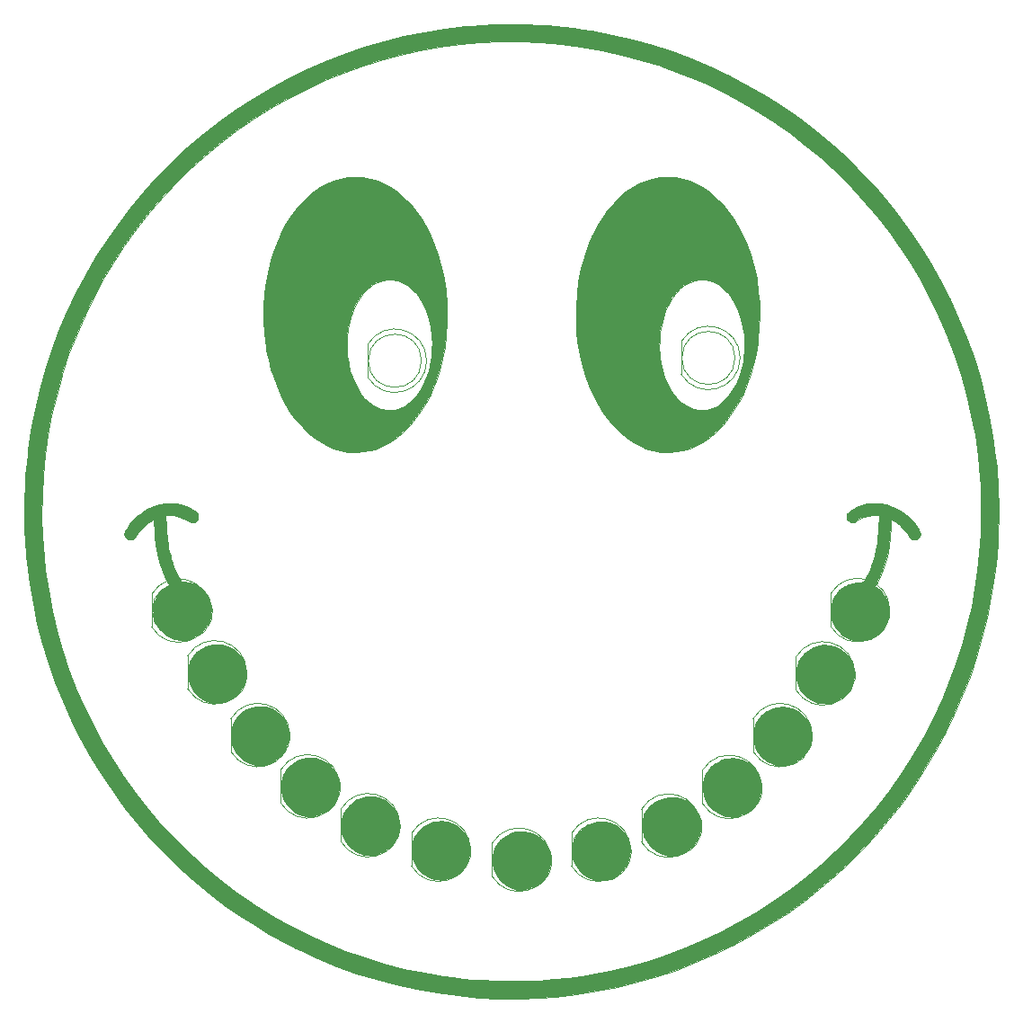
<source format=gbr>
%TF.GenerationSoftware,KiCad,Pcbnew,8.0.1*%
%TF.CreationDate,2024-04-04T11:08:31+02:00*%
%TF.ProjectId,Smiley,536d696c-6579-42e6-9b69-6361645f7063,rev?*%
%TF.SameCoordinates,Original*%
%TF.FileFunction,Legend,Top*%
%TF.FilePolarity,Positive*%
%FSLAX46Y46*%
G04 Gerber Fmt 4.6, Leading zero omitted, Abs format (unit mm)*
G04 Created by KiCad (PCBNEW 8.0.1) date 2024-04-04 11:08:31*
%MOMM*%
%LPD*%
G01*
G04 APERTURE LIST*
%ADD10C,0.120000*%
%ADD11C,0.010000*%
G04 APERTURE END LIST*
D10*
%TO.C,D1*%
X155568600Y-120594100D02*
X155568600Y-123684100D01*
X155568601Y-120594270D02*
G75*
G02*
X161118599Y-122139562I2559999J-1544830D01*
G01*
X161118600Y-122138638D02*
G75*
G02*
X155568600Y-123683930I-2990000J-462D01*
G01*
X160628600Y-122139100D02*
G75*
G02*
X155628600Y-122139100I-2500000J0D01*
G01*
X155628600Y-122139100D02*
G75*
G02*
X160628600Y-122139100I2500000J0D01*
G01*
%TO.C,D2*%
X163058600Y-119644100D02*
X163058600Y-122734100D01*
X163058601Y-119644270D02*
G75*
G02*
X168608599Y-121189562I2559999J-1544830D01*
G01*
X168608600Y-121188638D02*
G75*
G02*
X163058600Y-122733930I-2990000J-462D01*
G01*
X168118600Y-121189100D02*
G75*
G02*
X163118600Y-121189100I-2500000J0D01*
G01*
X163118600Y-121189100D02*
G75*
G02*
X168118600Y-121189100I2500000J0D01*
G01*
%TO.C,D3*%
X169648600Y-117384100D02*
X169648600Y-120474100D01*
X169648601Y-117384270D02*
G75*
G02*
X175198599Y-118929562I2559999J-1544830D01*
G01*
X175198600Y-118928638D02*
G75*
G02*
X169648600Y-120473930I-2990000J-462D01*
G01*
X174708600Y-118929100D02*
G75*
G02*
X169708600Y-118929100I-2500000J0D01*
G01*
X169708600Y-118929100D02*
G75*
G02*
X174708600Y-118929100I2500000J0D01*
G01*
%TO.C,D4*%
X175378600Y-113734100D02*
X175378600Y-116824100D01*
X175378601Y-113734270D02*
G75*
G02*
X180928599Y-115279562I2559999J-1544830D01*
G01*
X180928600Y-115278638D02*
G75*
G02*
X175378600Y-116823930I-2990000J-462D01*
G01*
X180438600Y-115279100D02*
G75*
G02*
X175438600Y-115279100I-2500000J0D01*
G01*
X175438600Y-115279100D02*
G75*
G02*
X180438600Y-115279100I2500000J0D01*
G01*
%TO.C,D5*%
X180158600Y-108854100D02*
X180158600Y-111944100D01*
X180158601Y-108854270D02*
G75*
G02*
X185708599Y-110399562I2559999J-1544830D01*
G01*
X185708600Y-110398638D02*
G75*
G02*
X180158600Y-111943930I-2990000J-462D01*
G01*
X185218600Y-110399100D02*
G75*
G02*
X180218600Y-110399100I-2500000J0D01*
G01*
X180218600Y-110399100D02*
G75*
G02*
X185218600Y-110399100I2500000J0D01*
G01*
%TO.C,D6*%
X184186600Y-103047100D02*
X184186600Y-106137100D01*
X184186601Y-103047270D02*
G75*
G02*
X189736599Y-104592562I2559999J-1544830D01*
G01*
X189736600Y-104591638D02*
G75*
G02*
X184186600Y-106136930I-2990000J-462D01*
G01*
X189246600Y-104592100D02*
G75*
G02*
X184246600Y-104592100I-2500000J0D01*
G01*
X184246600Y-104592100D02*
G75*
G02*
X189246600Y-104592100I2500000J0D01*
G01*
%TO.C,D7*%
X187468600Y-97078100D02*
X187468600Y-100168100D01*
X187468601Y-97078270D02*
G75*
G02*
X193018599Y-98623562I2559999J-1544830D01*
G01*
X193018600Y-98622638D02*
G75*
G02*
X187468600Y-100167930I-2990000J-462D01*
G01*
X192528600Y-98623100D02*
G75*
G02*
X187528600Y-98623100I-2500000J0D01*
G01*
X187528600Y-98623100D02*
G75*
G02*
X192528600Y-98623100I2500000J0D01*
G01*
%TO.C,D8*%
X173391600Y-73329100D02*
X173391600Y-76419100D01*
X173391601Y-73329270D02*
G75*
G02*
X178941599Y-74874562I2559999J-1544830D01*
G01*
X178941600Y-74873638D02*
G75*
G02*
X173391600Y-76418930I-2990000J-462D01*
G01*
X178451600Y-74874100D02*
G75*
G02*
X173451600Y-74874100I-2500000J0D01*
G01*
X173451600Y-74874100D02*
G75*
G02*
X178451600Y-74874100I2500000J0D01*
G01*
%TO.C,D22*%
X147988600Y-119644100D02*
X147988600Y-122734100D01*
X147988601Y-119644270D02*
G75*
G02*
X153538599Y-121189562I2559999J-1544830D01*
G01*
X153538600Y-121188638D02*
G75*
G02*
X147988600Y-122733930I-2990000J-462D01*
G01*
X153048600Y-121189100D02*
G75*
G02*
X148048600Y-121189100I-2500000J0D01*
G01*
X148048600Y-121189100D02*
G75*
G02*
X153048600Y-121189100I2500000J0D01*
G01*
%TO.C,D33*%
X141348600Y-117344100D02*
X141348600Y-120434100D01*
X141348601Y-117344270D02*
G75*
G02*
X146898599Y-118889562I2559999J-1544830D01*
G01*
X146898600Y-118888638D02*
G75*
G02*
X141348600Y-120433930I-2990000J-462D01*
G01*
X146408600Y-118889100D02*
G75*
G02*
X141408600Y-118889100I-2500000J0D01*
G01*
X141408600Y-118889100D02*
G75*
G02*
X146408600Y-118889100I2500000J0D01*
G01*
%TO.C,D44*%
X135658600Y-113684100D02*
X135658600Y-116774100D01*
X135658601Y-113684270D02*
G75*
G02*
X141208599Y-115229562I2559999J-1544830D01*
G01*
X141208600Y-115228638D02*
G75*
G02*
X135658600Y-116773930I-2990000J-462D01*
G01*
X140718600Y-115229100D02*
G75*
G02*
X135718600Y-115229100I-2500000J0D01*
G01*
X135718600Y-115229100D02*
G75*
G02*
X140718600Y-115229100I2500000J0D01*
G01*
%TO.C,D55*%
X130968600Y-108854100D02*
X130968600Y-111944100D01*
X130968601Y-108854270D02*
G75*
G02*
X136518599Y-110399562I2559999J-1544830D01*
G01*
X136518600Y-110398638D02*
G75*
G02*
X130968600Y-111943930I-2990000J-462D01*
G01*
X136028600Y-110399100D02*
G75*
G02*
X131028600Y-110399100I-2500000J0D01*
G01*
X131028600Y-110399100D02*
G75*
G02*
X136028600Y-110399100I2500000J0D01*
G01*
%TO.C,D66*%
X126908600Y-102944100D02*
X126908600Y-106034100D01*
X126908601Y-102944270D02*
G75*
G02*
X132458599Y-104489562I2559999J-1544830D01*
G01*
X132458600Y-104488638D02*
G75*
G02*
X126908600Y-106033930I-2990000J-462D01*
G01*
X131968600Y-104489100D02*
G75*
G02*
X126968600Y-104489100I-2500000J0D01*
G01*
X126968600Y-104489100D02*
G75*
G02*
X131968600Y-104489100I2500000J0D01*
G01*
%TO.C,D77*%
X123518600Y-97124100D02*
X123518600Y-100214100D01*
X123518601Y-97124270D02*
G75*
G02*
X129068599Y-98669562I2559999J-1544830D01*
G01*
X129068600Y-98668638D02*
G75*
G02*
X123518600Y-100213930I-2990000J-462D01*
G01*
X128578600Y-98669100D02*
G75*
G02*
X123578600Y-98669100I-2500000J0D01*
G01*
X123578600Y-98669100D02*
G75*
G02*
X128578600Y-98669100I2500000J0D01*
G01*
%TO.C,D88*%
X143858600Y-73594100D02*
X143858600Y-76684100D01*
X143858601Y-73594270D02*
G75*
G02*
X149408599Y-75139562I2559999J-1544830D01*
G01*
X149408600Y-75138638D02*
G75*
G02*
X143858600Y-76683930I-2990000J-462D01*
G01*
X148918600Y-75139100D02*
G75*
G02*
X143918600Y-75139100I-2500000J0D01*
G01*
X143918600Y-75139100D02*
G75*
G02*
X148918600Y-75139100I2500000J0D01*
G01*
D11*
%TO.C,G\u002A\u002A\u002A*%
X172855496Y-116252111D02*
X173299419Y-116340903D01*
X173711895Y-116497709D01*
X174087745Y-116715537D01*
X174421787Y-116987393D01*
X174708843Y-117306285D01*
X174943733Y-117665221D01*
X175121276Y-118057208D01*
X175236294Y-118475254D01*
X175283605Y-118912367D01*
X175258031Y-119361554D01*
X175154392Y-119815821D01*
X175116942Y-119925884D01*
X174915343Y-120360831D01*
X174646257Y-120749530D01*
X174316995Y-121084954D01*
X173934864Y-121360078D01*
X173507173Y-121567875D01*
X173352721Y-121621928D01*
X173036172Y-121698676D01*
X172691375Y-121742660D01*
X172354932Y-121750681D01*
X172120410Y-121729687D01*
X171659657Y-121622091D01*
X171244647Y-121447811D01*
X170863745Y-121200876D01*
X170555738Y-120927020D01*
X170241287Y-120555308D01*
X170005426Y-120152161D01*
X169848509Y-119718509D01*
X169770889Y-119255279D01*
X169766491Y-118857139D01*
X169831277Y-118365948D01*
X169970665Y-117914546D01*
X170185200Y-117501693D01*
X170475422Y-117126147D01*
X170562987Y-117034820D01*
X170929073Y-116724909D01*
X171332146Y-116490825D01*
X171773445Y-116332028D01*
X172254213Y-116247974D01*
X172385305Y-116238324D01*
X172855496Y-116252111D01*
G36*
X172855496Y-116252111D02*
G01*
X173299419Y-116340903D01*
X173711895Y-116497709D01*
X174087745Y-116715537D01*
X174421787Y-116987393D01*
X174708843Y-117306285D01*
X174943733Y-117665221D01*
X175121276Y-118057208D01*
X175236294Y-118475254D01*
X175283605Y-118912367D01*
X175258031Y-119361554D01*
X175154392Y-119815821D01*
X175116942Y-119925884D01*
X174915343Y-120360831D01*
X174646257Y-120749530D01*
X174316995Y-121084954D01*
X173934864Y-121360078D01*
X173507173Y-121567875D01*
X173352721Y-121621928D01*
X173036172Y-121698676D01*
X172691375Y-121742660D01*
X172354932Y-121750681D01*
X172120410Y-121729687D01*
X171659657Y-121622091D01*
X171244647Y-121447811D01*
X170863745Y-121200876D01*
X170555738Y-120927020D01*
X170241287Y-120555308D01*
X170005426Y-120152161D01*
X169848509Y-119718509D01*
X169770889Y-119255279D01*
X169766491Y-118857139D01*
X169831277Y-118365948D01*
X169970665Y-117914546D01*
X170185200Y-117501693D01*
X170475422Y-117126147D01*
X170562987Y-117034820D01*
X170929073Y-116724909D01*
X171332146Y-116490825D01*
X171773445Y-116332028D01*
X172254213Y-116247974D01*
X172385305Y-116238324D01*
X172855496Y-116252111D01*
G37*
X134327270Y-107748721D02*
X134790040Y-107901179D01*
X134957267Y-107977386D01*
X135329720Y-108204668D01*
X135667508Y-108499023D01*
X135959561Y-108846210D01*
X136194805Y-109231988D01*
X136362171Y-109642117D01*
X136417794Y-109855934D01*
X136476041Y-110330471D01*
X136454524Y-110795541D01*
X136358004Y-111243053D01*
X136191239Y-111664919D01*
X135958990Y-112053049D01*
X135666015Y-112399354D01*
X135317075Y-112695744D01*
X134916929Y-112934131D01*
X134512767Y-113093694D01*
X134255545Y-113152953D01*
X133954858Y-113191077D01*
X133645543Y-113205772D01*
X133362438Y-113194748D01*
X133235246Y-113177749D01*
X132775375Y-113053392D01*
X132350257Y-112855084D01*
X131966750Y-112588816D01*
X131631710Y-112260578D01*
X131351995Y-111876358D01*
X131134462Y-111442147D01*
X131079531Y-111294861D01*
X130993029Y-110944122D01*
X130954531Y-110554790D01*
X130964487Y-110158324D01*
X131023347Y-109786181D01*
X131056221Y-109665434D01*
X131234014Y-109222064D01*
X131477897Y-108819925D01*
X131780242Y-108468151D01*
X132133418Y-108175879D01*
X132459600Y-107985069D01*
X132928068Y-107799058D01*
X133395815Y-107697662D01*
X133862372Y-107680882D01*
X134327270Y-107748721D01*
G36*
X134327270Y-107748721D02*
G01*
X134790040Y-107901179D01*
X134957267Y-107977386D01*
X135329720Y-108204668D01*
X135667508Y-108499023D01*
X135959561Y-108846210D01*
X136194805Y-109231988D01*
X136362171Y-109642117D01*
X136417794Y-109855934D01*
X136476041Y-110330471D01*
X136454524Y-110795541D01*
X136358004Y-111243053D01*
X136191239Y-111664919D01*
X135958990Y-112053049D01*
X135666015Y-112399354D01*
X135317075Y-112695744D01*
X134916929Y-112934131D01*
X134512767Y-113093694D01*
X134255545Y-113152953D01*
X133954858Y-113191077D01*
X133645543Y-113205772D01*
X133362438Y-113194748D01*
X133235246Y-113177749D01*
X132775375Y-113053392D01*
X132350257Y-112855084D01*
X131966750Y-112588816D01*
X131631710Y-112260578D01*
X131351995Y-111876358D01*
X131134462Y-111442147D01*
X131079531Y-111294861D01*
X130993029Y-110944122D01*
X130954531Y-110554790D01*
X130964487Y-110158324D01*
X131023347Y-109786181D01*
X131056221Y-109665434D01*
X131234014Y-109222064D01*
X131477897Y-108819925D01*
X131780242Y-108468151D01*
X132133418Y-108175879D01*
X132459600Y-107985069D01*
X132928068Y-107799058D01*
X133395815Y-107697662D01*
X133862372Y-107680882D01*
X134327270Y-107748721D01*
G37*
X158606669Y-119460194D02*
X159048117Y-119536055D01*
X159474005Y-119681796D01*
X159874220Y-119897124D01*
X160238648Y-120181745D01*
X160308680Y-120249287D01*
X160620533Y-120614860D01*
X160854572Y-121011635D01*
X161012676Y-121443854D01*
X161096723Y-121915757D01*
X161107035Y-122051826D01*
X161093834Y-122533237D01*
X161003504Y-122990878D01*
X160841700Y-123417864D01*
X160614072Y-123807309D01*
X160326275Y-124152327D01*
X159983960Y-124446033D01*
X159592782Y-124681541D01*
X159158392Y-124851966D01*
X158732331Y-124944407D01*
X158524162Y-124970795D01*
X158363887Y-124982132D01*
X158216087Y-124978460D01*
X158045346Y-124959816D01*
X157943014Y-124945293D01*
X157507831Y-124840106D01*
X157086308Y-124658811D01*
X156695063Y-124409915D01*
X156405424Y-124158277D01*
X156098393Y-123794867D01*
X155864162Y-123397682D01*
X155702472Y-122975738D01*
X155613066Y-122538053D01*
X155595688Y-122093645D01*
X155650080Y-121651531D01*
X155775986Y-121220728D01*
X155973147Y-120810254D01*
X156241307Y-120429127D01*
X156520017Y-120139364D01*
X156887557Y-119861422D01*
X157290106Y-119654827D01*
X157717551Y-119519287D01*
X158159776Y-119454507D01*
X158606669Y-119460194D01*
G36*
X158606669Y-119460194D02*
G01*
X159048117Y-119536055D01*
X159474005Y-119681796D01*
X159874220Y-119897124D01*
X160238648Y-120181745D01*
X160308680Y-120249287D01*
X160620533Y-120614860D01*
X160854572Y-121011635D01*
X161012676Y-121443854D01*
X161096723Y-121915757D01*
X161107035Y-122051826D01*
X161093834Y-122533237D01*
X161003504Y-122990878D01*
X160841700Y-123417864D01*
X160614072Y-123807309D01*
X160326275Y-124152327D01*
X159983960Y-124446033D01*
X159592782Y-124681541D01*
X159158392Y-124851966D01*
X158732331Y-124944407D01*
X158524162Y-124970795D01*
X158363887Y-124982132D01*
X158216087Y-124978460D01*
X158045346Y-124959816D01*
X157943014Y-124945293D01*
X157507831Y-124840106D01*
X157086308Y-124658811D01*
X156695063Y-124409915D01*
X156405424Y-124158277D01*
X156098393Y-123794867D01*
X155864162Y-123397682D01*
X155702472Y-122975738D01*
X155613066Y-122538053D01*
X155595688Y-122093645D01*
X155650080Y-121651531D01*
X155775986Y-121220728D01*
X155973147Y-120810254D01*
X156241307Y-120429127D01*
X156520017Y-120139364D01*
X156887557Y-119861422D01*
X157290106Y-119654827D01*
X157717551Y-119519287D01*
X158159776Y-119454507D01*
X158606669Y-119460194D01*
G37*
X138939309Y-112560775D02*
X139400852Y-112691040D01*
X139819626Y-112888300D01*
X140191387Y-113144858D01*
X140511892Y-113453018D01*
X140776900Y-113805085D01*
X140982166Y-114193362D01*
X141123448Y-114610154D01*
X141196503Y-115047764D01*
X141197088Y-115498496D01*
X141120961Y-115954655D01*
X141005724Y-116308959D01*
X140793275Y-116731739D01*
X140516625Y-117105783D01*
X140184334Y-117425333D01*
X139804962Y-117684626D01*
X139387068Y-117877902D01*
X138939212Y-117999401D01*
X138469955Y-118043362D01*
X138428600Y-118043333D01*
X138220555Y-118033084D01*
X137998169Y-118009064D01*
X137835934Y-117981604D01*
X137667257Y-117933976D01*
X137461586Y-117859496D01*
X137256170Y-117772005D01*
X137200934Y-117745668D01*
X136872623Y-117548220D01*
X136559415Y-117292603D01*
X136281816Y-116998819D01*
X136060334Y-116686867D01*
X135997047Y-116571509D01*
X135809680Y-116111771D01*
X135703540Y-115645936D01*
X135677524Y-115181349D01*
X135730533Y-114725354D01*
X135861465Y-114285296D01*
X136069219Y-113868520D01*
X136352694Y-113482371D01*
X136480815Y-113344408D01*
X136849487Y-113027821D01*
X137253614Y-112784272D01*
X137685472Y-112616224D01*
X138137337Y-112526139D01*
X138601486Y-112516478D01*
X138939309Y-112560775D01*
G36*
X138939309Y-112560775D02*
G01*
X139400852Y-112691040D01*
X139819626Y-112888300D01*
X140191387Y-113144858D01*
X140511892Y-113453018D01*
X140776900Y-113805085D01*
X140982166Y-114193362D01*
X141123448Y-114610154D01*
X141196503Y-115047764D01*
X141197088Y-115498496D01*
X141120961Y-115954655D01*
X141005724Y-116308959D01*
X140793275Y-116731739D01*
X140516625Y-117105783D01*
X140184334Y-117425333D01*
X139804962Y-117684626D01*
X139387068Y-117877902D01*
X138939212Y-117999401D01*
X138469955Y-118043362D01*
X138428600Y-118043333D01*
X138220555Y-118033084D01*
X137998169Y-118009064D01*
X137835934Y-117981604D01*
X137667257Y-117933976D01*
X137461586Y-117859496D01*
X137256170Y-117772005D01*
X137200934Y-117745668D01*
X136872623Y-117548220D01*
X136559415Y-117292603D01*
X136281816Y-116998819D01*
X136060334Y-116686867D01*
X135997047Y-116571509D01*
X135809680Y-116111771D01*
X135703540Y-115645936D01*
X135677524Y-115181349D01*
X135730533Y-114725354D01*
X135861465Y-114285296D01*
X136069219Y-113868520D01*
X136352694Y-113482371D01*
X136480815Y-113344408D01*
X136849487Y-113027821D01*
X137253614Y-112784272D01*
X137685472Y-112616224D01*
X138137337Y-112526139D01*
X138601486Y-112516478D01*
X138939309Y-112560775D01*
G37*
X178670271Y-112613842D02*
X179116162Y-112722112D01*
X179527265Y-112906178D01*
X179909101Y-113168342D01*
X180169267Y-113407025D01*
X180477773Y-113778283D01*
X180708561Y-114183116D01*
X180861509Y-114621223D01*
X180936491Y-115092305D01*
X180944677Y-115295767D01*
X180916321Y-115773121D01*
X180820747Y-116204474D01*
X180653656Y-116600473D01*
X180410753Y-116971767D01*
X180148493Y-117268802D01*
X179779764Y-117588489D01*
X179383057Y-117828459D01*
X178956007Y-117989695D01*
X178496249Y-118073180D01*
X178181289Y-118086240D01*
X177969733Y-118078116D01*
X177757893Y-118059547D01*
X177582012Y-118034017D01*
X177536491Y-118024283D01*
X177095362Y-117874673D01*
X176683148Y-117650469D01*
X176310630Y-117359778D01*
X175988589Y-117010710D01*
X175779073Y-116702615D01*
X175620776Y-116363774D01*
X175507788Y-115976304D01*
X175443800Y-115565309D01*
X175432500Y-115155890D01*
X175477577Y-114773148D01*
X175488329Y-114724267D01*
X175635432Y-114271333D01*
X175852897Y-113855718D01*
X176133898Y-113486044D01*
X176471612Y-113170934D01*
X176859214Y-112919010D01*
X176955683Y-112870443D01*
X177231392Y-112746537D01*
X177465922Y-112662419D01*
X177688672Y-112611115D01*
X177929045Y-112585652D01*
X178184072Y-112579065D01*
X178670271Y-112613842D01*
G36*
X178670271Y-112613842D02*
G01*
X179116162Y-112722112D01*
X179527265Y-112906178D01*
X179909101Y-113168342D01*
X180169267Y-113407025D01*
X180477773Y-113778283D01*
X180708561Y-114183116D01*
X180861509Y-114621223D01*
X180936491Y-115092305D01*
X180944677Y-115295767D01*
X180916321Y-115773121D01*
X180820747Y-116204474D01*
X180653656Y-116600473D01*
X180410753Y-116971767D01*
X180148493Y-117268802D01*
X179779764Y-117588489D01*
X179383057Y-117828459D01*
X178956007Y-117989695D01*
X178496249Y-118073180D01*
X178181289Y-118086240D01*
X177969733Y-118078116D01*
X177757893Y-118059547D01*
X177582012Y-118034017D01*
X177536491Y-118024283D01*
X177095362Y-117874673D01*
X176683148Y-117650469D01*
X176310630Y-117359778D01*
X175988589Y-117010710D01*
X175779073Y-116702615D01*
X175620776Y-116363774D01*
X175507788Y-115976304D01*
X175443800Y-115565309D01*
X175432500Y-115155890D01*
X175477577Y-114773148D01*
X175488329Y-114724267D01*
X175635432Y-114271333D01*
X175852897Y-113855718D01*
X176133898Y-113486044D01*
X176471612Y-113170934D01*
X176859214Y-112919010D01*
X176955683Y-112870443D01*
X177231392Y-112746537D01*
X177465922Y-112662419D01*
X177688672Y-112611115D01*
X177929045Y-112585652D01*
X178184072Y-112579065D01*
X178670271Y-112613842D01*
G37*
X151141481Y-118522495D02*
X151485853Y-118587569D01*
X151573100Y-118613112D01*
X152030422Y-118801214D01*
X152433720Y-119054063D01*
X152781114Y-119370031D01*
X153070723Y-119747492D01*
X153243291Y-120058267D01*
X153374744Y-120362202D01*
X153458561Y-120639996D01*
X153502791Y-120927330D01*
X153515483Y-121259884D01*
X153515476Y-121264767D01*
X153479430Y-121744228D01*
X153371205Y-122182133D01*
X153187785Y-122585758D01*
X152926154Y-122962380D01*
X152716906Y-123191976D01*
X152344106Y-123512866D01*
X151946131Y-123753323D01*
X151519702Y-123914699D01*
X151061539Y-123998348D01*
X150730245Y-124011523D01*
X150548612Y-124007295D01*
X150391900Y-124000193D01*
X150284834Y-123991472D01*
X150260767Y-123987663D01*
X149785152Y-123841635D01*
X149351546Y-123628729D01*
X148966458Y-123354717D01*
X148636399Y-123025374D01*
X148367877Y-122646475D01*
X148167403Y-122223794D01*
X148121801Y-122090267D01*
X148067347Y-121867067D01*
X148026091Y-121601707D01*
X148007158Y-121386395D01*
X148021730Y-120909765D01*
X148114399Y-120454998D01*
X148279871Y-120029310D01*
X148512853Y-119639915D01*
X148808050Y-119294026D01*
X149160171Y-118998859D01*
X149563921Y-118761627D01*
X150014008Y-118589545D01*
X150070990Y-118573587D01*
X150400156Y-118514612D01*
X150768284Y-118497879D01*
X151141481Y-118522495D01*
G36*
X151141481Y-118522495D02*
G01*
X151485853Y-118587569D01*
X151573100Y-118613112D01*
X152030422Y-118801214D01*
X152433720Y-119054063D01*
X152781114Y-119370031D01*
X153070723Y-119747492D01*
X153243291Y-120058267D01*
X153374744Y-120362202D01*
X153458561Y-120639996D01*
X153502791Y-120927330D01*
X153515483Y-121259884D01*
X153515476Y-121264767D01*
X153479430Y-121744228D01*
X153371205Y-122182133D01*
X153187785Y-122585758D01*
X152926154Y-122962380D01*
X152716906Y-123191976D01*
X152344106Y-123512866D01*
X151946131Y-123753323D01*
X151519702Y-123914699D01*
X151061539Y-123998348D01*
X150730245Y-124011523D01*
X150548612Y-124007295D01*
X150391900Y-124000193D01*
X150284834Y-123991472D01*
X150260767Y-123987663D01*
X149785152Y-123841635D01*
X149351546Y-123628729D01*
X148966458Y-123354717D01*
X148636399Y-123025374D01*
X148367877Y-122646475D01*
X148167403Y-122223794D01*
X148121801Y-122090267D01*
X148067347Y-121867067D01*
X148026091Y-121601707D01*
X148007158Y-121386395D01*
X148021730Y-120909765D01*
X148114399Y-120454998D01*
X148279871Y-120029310D01*
X148512853Y-119639915D01*
X148808050Y-119294026D01*
X149160171Y-118998859D01*
X149563921Y-118761627D01*
X150014008Y-118589545D01*
X150070990Y-118573587D01*
X150400156Y-118514612D01*
X150768284Y-118497879D01*
X151141481Y-118522495D01*
G37*
X130172600Y-101893107D02*
X130175903Y-101893761D01*
X130640864Y-102026545D01*
X131064991Y-102228224D01*
X131442489Y-102491874D01*
X131767559Y-102810572D01*
X132034405Y-103177394D01*
X132237229Y-103585417D01*
X132370234Y-104027717D01*
X132427623Y-104497371D01*
X132429480Y-104585138D01*
X132415078Y-104936619D01*
X132362248Y-105250038D01*
X132263065Y-105559842D01*
X132142110Y-105834267D01*
X131897418Y-106248494D01*
X131594742Y-106603289D01*
X131239852Y-106894932D01*
X130838517Y-107119703D01*
X130396507Y-107273882D01*
X129919591Y-107353750D01*
X129771434Y-107362632D01*
X129456786Y-107361729D01*
X129184951Y-107336630D01*
X129080936Y-107317285D01*
X128632002Y-107173757D01*
X128217384Y-106958697D01*
X127845238Y-106680146D01*
X127523722Y-106346142D01*
X127260991Y-105964725D01*
X127065203Y-105543934D01*
X126974978Y-105241600D01*
X126935583Y-104990106D01*
X126920258Y-104696979D01*
X126927911Y-104390621D01*
X126957449Y-104099432D01*
X127007777Y-103851816D01*
X127031346Y-103777215D01*
X127148248Y-103478676D01*
X127269105Y-103236115D01*
X127411177Y-103021896D01*
X127591724Y-102808382D01*
X127719446Y-102675415D01*
X127902478Y-102497410D01*
X128056285Y-102366360D01*
X128205547Y-102263931D01*
X128374942Y-102171788D01*
X128439520Y-102140489D01*
X128883341Y-101963611D01*
X129311551Y-101864640D01*
X129737016Y-101841748D01*
X130172600Y-101893107D01*
G36*
X130172600Y-101893107D02*
G01*
X130175903Y-101893761D01*
X130640864Y-102026545D01*
X131064991Y-102228224D01*
X131442489Y-102491874D01*
X131767559Y-102810572D01*
X132034405Y-103177394D01*
X132237229Y-103585417D01*
X132370234Y-104027717D01*
X132427623Y-104497371D01*
X132429480Y-104585138D01*
X132415078Y-104936619D01*
X132362248Y-105250038D01*
X132263065Y-105559842D01*
X132142110Y-105834267D01*
X131897418Y-106248494D01*
X131594742Y-106603289D01*
X131239852Y-106894932D01*
X130838517Y-107119703D01*
X130396507Y-107273882D01*
X129919591Y-107353750D01*
X129771434Y-107362632D01*
X129456786Y-107361729D01*
X129184951Y-107336630D01*
X129080936Y-107317285D01*
X128632002Y-107173757D01*
X128217384Y-106958697D01*
X127845238Y-106680146D01*
X127523722Y-106346142D01*
X127260991Y-105964725D01*
X127065203Y-105543934D01*
X126974978Y-105241600D01*
X126935583Y-104990106D01*
X126920258Y-104696979D01*
X126927911Y-104390621D01*
X126957449Y-104099432D01*
X127007777Y-103851816D01*
X127031346Y-103777215D01*
X127148248Y-103478676D01*
X127269105Y-103236115D01*
X127411177Y-103021896D01*
X127591724Y-102808382D01*
X127719446Y-102675415D01*
X127902478Y-102497410D01*
X128056285Y-102366360D01*
X128205547Y-102263931D01*
X128374942Y-102171788D01*
X128439520Y-102140489D01*
X128883341Y-101963611D01*
X129311551Y-101864640D01*
X129737016Y-101841748D01*
X130172600Y-101893107D01*
G37*
X183401213Y-107775369D02*
X183819684Y-107876686D01*
X184207917Y-108050167D01*
X184576315Y-108300251D01*
X184869312Y-108564007D01*
X185106956Y-108821625D01*
X185289220Y-109071824D01*
X185434356Y-109344232D01*
X185560611Y-109668475D01*
X185573860Y-109707767D01*
X185621606Y-109918035D01*
X185649455Y-110184912D01*
X185657665Y-110482774D01*
X185646491Y-110785997D01*
X185616190Y-111068956D01*
X185567020Y-111306028D01*
X185557542Y-111337600D01*
X185378837Y-111764867D01*
X185129113Y-112156402D01*
X184817814Y-112502813D01*
X184454387Y-112794710D01*
X184048275Y-113022701D01*
X183746434Y-113138372D01*
X183429241Y-113211213D01*
X183075224Y-113248214D01*
X182716781Y-113248446D01*
X182386306Y-113210982D01*
X182253818Y-113181163D01*
X181943936Y-113085837D01*
X181684145Y-112976566D01*
X181439893Y-112837370D01*
X181289933Y-112735345D01*
X180940359Y-112438981D01*
X180656036Y-112092631D01*
X180463885Y-111760934D01*
X180318083Y-111428520D01*
X180225444Y-111119211D01*
X180177664Y-110797887D01*
X180166137Y-110501565D01*
X180204557Y-110014226D01*
X180319806Y-109556547D01*
X180508041Y-109134697D01*
X180765419Y-108754846D01*
X181088098Y-108423160D01*
X181472237Y-108145810D01*
X181714434Y-108015729D01*
X182012169Y-107886640D01*
X182282523Y-107803103D01*
X182559923Y-107757435D01*
X182878792Y-107741955D01*
X182942100Y-107741778D01*
X183401213Y-107775369D01*
G36*
X183401213Y-107775369D02*
G01*
X183819684Y-107876686D01*
X184207917Y-108050167D01*
X184576315Y-108300251D01*
X184869312Y-108564007D01*
X185106956Y-108821625D01*
X185289220Y-109071824D01*
X185434356Y-109344232D01*
X185560611Y-109668475D01*
X185573860Y-109707767D01*
X185621606Y-109918035D01*
X185649455Y-110184912D01*
X185657665Y-110482774D01*
X185646491Y-110785997D01*
X185616190Y-111068956D01*
X185567020Y-111306028D01*
X185557542Y-111337600D01*
X185378837Y-111764867D01*
X185129113Y-112156402D01*
X184817814Y-112502813D01*
X184454387Y-112794710D01*
X184048275Y-113022701D01*
X183746434Y-113138372D01*
X183429241Y-113211213D01*
X183075224Y-113248214D01*
X182716781Y-113248446D01*
X182386306Y-113210982D01*
X182253818Y-113181163D01*
X181943936Y-113085837D01*
X181684145Y-112976566D01*
X181439893Y-112837370D01*
X181289933Y-112735345D01*
X180940359Y-112438981D01*
X180656036Y-112092631D01*
X180463885Y-111760934D01*
X180318083Y-111428520D01*
X180225444Y-111119211D01*
X180177664Y-110797887D01*
X180166137Y-110501565D01*
X180204557Y-110014226D01*
X180319806Y-109556547D01*
X180508041Y-109134697D01*
X180765419Y-108754846D01*
X181088098Y-108423160D01*
X181472237Y-108145810D01*
X181714434Y-108015729D01*
X182012169Y-107886640D01*
X182282523Y-107803103D01*
X182559923Y-107757435D01*
X182878792Y-107741955D01*
X182942100Y-107741778D01*
X183401213Y-107775369D01*
G37*
X144465189Y-116205157D02*
X144885013Y-116276585D01*
X145267509Y-116414808D01*
X145625284Y-116624687D01*
X145970941Y-116911082D01*
X146049360Y-116987593D01*
X146362130Y-117343007D01*
X146595408Y-117707447D01*
X146754313Y-118093068D01*
X146843962Y-118512030D01*
X146869672Y-118936434D01*
X146839099Y-119396709D01*
X146743968Y-119812482D01*
X146579162Y-120195911D01*
X146339564Y-120559153D01*
X146049360Y-120885274D01*
X145706519Y-121187883D01*
X145353241Y-121413733D01*
X144976106Y-121568274D01*
X144561695Y-121656960D01*
X144096586Y-121685240D01*
X144080100Y-121685206D01*
X143798002Y-121674973D01*
X143560993Y-121643413D01*
X143339267Y-121588018D01*
X142875865Y-121407645D01*
X142466710Y-121162520D01*
X142113551Y-120854316D01*
X141818137Y-120484706D01*
X141582217Y-120055364D01*
X141485431Y-119814115D01*
X141439674Y-119676782D01*
X141408678Y-119552874D01*
X141389654Y-119420000D01*
X141379817Y-119255769D01*
X141376378Y-119037792D01*
X141376169Y-118936434D01*
X141377882Y-118692640D01*
X141384904Y-118510995D01*
X141400055Y-118369018D01*
X141426159Y-118244228D01*
X141466039Y-118114143D01*
X141486896Y-118054422D01*
X141652209Y-117667516D01*
X141858927Y-117332758D01*
X142125482Y-117020804D01*
X142154970Y-116990904D01*
X142503939Y-116686912D01*
X142872002Y-116460053D01*
X143270690Y-116305344D01*
X143711537Y-116217803D01*
X143995434Y-116195666D01*
X144465189Y-116205157D01*
G36*
X144465189Y-116205157D02*
G01*
X144885013Y-116276585D01*
X145267509Y-116414808D01*
X145625284Y-116624687D01*
X145970941Y-116911082D01*
X146049360Y-116987593D01*
X146362130Y-117343007D01*
X146595408Y-117707447D01*
X146754313Y-118093068D01*
X146843962Y-118512030D01*
X146869672Y-118936434D01*
X146839099Y-119396709D01*
X146743968Y-119812482D01*
X146579162Y-120195911D01*
X146339564Y-120559153D01*
X146049360Y-120885274D01*
X145706519Y-121187883D01*
X145353241Y-121413733D01*
X144976106Y-121568274D01*
X144561695Y-121656960D01*
X144096586Y-121685240D01*
X144080100Y-121685206D01*
X143798002Y-121674973D01*
X143560993Y-121643413D01*
X143339267Y-121588018D01*
X142875865Y-121407645D01*
X142466710Y-121162520D01*
X142113551Y-120854316D01*
X141818137Y-120484706D01*
X141582217Y-120055364D01*
X141485431Y-119814115D01*
X141439674Y-119676782D01*
X141408678Y-119552874D01*
X141389654Y-119420000D01*
X141379817Y-119255769D01*
X141376378Y-119037792D01*
X141376169Y-118936434D01*
X141377882Y-118692640D01*
X141384904Y-118510995D01*
X141400055Y-118369018D01*
X141426159Y-118244228D01*
X141466039Y-118114143D01*
X141486896Y-118054422D01*
X141652209Y-117667516D01*
X141858927Y-117332758D01*
X142125482Y-117020804D01*
X142154970Y-116990904D01*
X142503939Y-116686912D01*
X142872002Y-116460053D01*
X143270690Y-116305344D01*
X143711537Y-116217803D01*
X143995434Y-116195666D01*
X144465189Y-116205157D01*
G37*
X166226493Y-118576397D02*
X166649067Y-118649544D01*
X167034643Y-118790459D01*
X167395375Y-119003829D01*
X167743417Y-119294341D01*
X167808897Y-119358428D01*
X168123060Y-119717230D01*
X168357299Y-120089071D01*
X168516341Y-120485315D01*
X168604914Y-120917324D01*
X168628329Y-121328267D01*
X168596039Y-121785951D01*
X168496431Y-122202841D01*
X168324980Y-122589577D01*
X168077161Y-122956799D01*
X167808694Y-123255941D01*
X167479895Y-123547791D01*
X167142851Y-123767221D01*
X166777981Y-123925716D01*
X166552990Y-123992446D01*
X166337683Y-124029823D01*
X166071255Y-124050334D01*
X165783924Y-124053982D01*
X165505911Y-124040773D01*
X165267433Y-124010709D01*
X165183267Y-123992262D01*
X164774153Y-123847248D01*
X164383883Y-123636578D01*
X164038065Y-123374913D01*
X163936892Y-123278686D01*
X163667985Y-122976069D01*
X163460255Y-122666744D01*
X163293839Y-122319484D01*
X163243822Y-122189098D01*
X163196835Y-122052159D01*
X163164988Y-121931158D01*
X163145456Y-121803829D01*
X163135415Y-121647903D01*
X163132043Y-121441111D01*
X163131985Y-121307100D01*
X163134242Y-121063408D01*
X163141668Y-120881879D01*
X163157144Y-120740042D01*
X163183554Y-120615424D01*
X163223780Y-120485555D01*
X163245104Y-120425102D01*
X163410711Y-120039468D01*
X163615992Y-119706545D01*
X163879344Y-119397094D01*
X163914304Y-119361571D01*
X164263272Y-119057579D01*
X164631335Y-118830720D01*
X165030024Y-118676011D01*
X165470871Y-118588469D01*
X165754767Y-118566332D01*
X166226493Y-118576397D01*
G36*
X166226493Y-118576397D02*
G01*
X166649067Y-118649544D01*
X167034643Y-118790459D01*
X167395375Y-119003829D01*
X167743417Y-119294341D01*
X167808897Y-119358428D01*
X168123060Y-119717230D01*
X168357299Y-120089071D01*
X168516341Y-120485315D01*
X168604914Y-120917324D01*
X168628329Y-121328267D01*
X168596039Y-121785951D01*
X168496431Y-122202841D01*
X168324980Y-122589577D01*
X168077161Y-122956799D01*
X167808694Y-123255941D01*
X167479895Y-123547791D01*
X167142851Y-123767221D01*
X166777981Y-123925716D01*
X166552990Y-123992446D01*
X166337683Y-124029823D01*
X166071255Y-124050334D01*
X165783924Y-124053982D01*
X165505911Y-124040773D01*
X165267433Y-124010709D01*
X165183267Y-123992262D01*
X164774153Y-123847248D01*
X164383883Y-123636578D01*
X164038065Y-123374913D01*
X163936892Y-123278686D01*
X163667985Y-122976069D01*
X163460255Y-122666744D01*
X163293839Y-122319484D01*
X163243822Y-122189098D01*
X163196835Y-122052159D01*
X163164988Y-121931158D01*
X163145456Y-121803829D01*
X163135415Y-121647903D01*
X163132043Y-121441111D01*
X163131985Y-121307100D01*
X163134242Y-121063408D01*
X163141668Y-120881879D01*
X163157144Y-120740042D01*
X163183554Y-120615424D01*
X163223780Y-120485555D01*
X163245104Y-120425102D01*
X163410711Y-120039468D01*
X163615992Y-119706545D01*
X163879344Y-119397094D01*
X163914304Y-119361571D01*
X164263272Y-119057579D01*
X164631335Y-118830720D01*
X165030024Y-118676011D01*
X165470871Y-118588469D01*
X165754767Y-118566332D01*
X166226493Y-118576397D01*
G37*
X187316070Y-101924276D02*
X187762707Y-102021825D01*
X188182180Y-102189018D01*
X188567043Y-102420896D01*
X188909845Y-102712497D01*
X189203140Y-103058859D01*
X189439479Y-103455022D01*
X189611414Y-103896023D01*
X189676606Y-104159797D01*
X189728509Y-104595504D01*
X189706175Y-105020997D01*
X189607776Y-105449139D01*
X189431483Y-105892797D01*
X189429878Y-105896181D01*
X189337105Y-106077647D01*
X189240101Y-106230828D01*
X189120531Y-106380404D01*
X188960061Y-106551056D01*
X188894952Y-106616255D01*
X188670873Y-106825416D01*
X188462003Y-106986668D01*
X188240916Y-107117150D01*
X187980188Y-107233998D01*
X187793152Y-107304750D01*
X187597909Y-107354480D01*
X187345598Y-107389025D01*
X187062601Y-107407490D01*
X186775302Y-107408980D01*
X186510085Y-107392599D01*
X186293332Y-107357451D01*
X186286951Y-107355871D01*
X185864324Y-107208172D01*
X185464631Y-106988309D01*
X185101522Y-106707232D01*
X184788650Y-106375890D01*
X184539664Y-106005233D01*
X184493879Y-105917612D01*
X184371569Y-105648209D01*
X184289104Y-105402912D01*
X184240029Y-105152363D01*
X184217886Y-104867202D01*
X184214880Y-104648934D01*
X184218363Y-104410566D01*
X184229611Y-104228904D01*
X184252442Y-104076076D01*
X184290671Y-103924214D01*
X184332077Y-103793186D01*
X184484061Y-103435466D01*
X184694085Y-103082957D01*
X184942615Y-102765629D01*
X185113658Y-102594128D01*
X185323931Y-102433582D01*
X185586764Y-102274375D01*
X185872891Y-102131312D01*
X186153047Y-102019199D01*
X186371100Y-101957961D01*
X186849719Y-101901334D01*
X187316070Y-101924276D01*
G36*
X187316070Y-101924276D02*
G01*
X187762707Y-102021825D01*
X188182180Y-102189018D01*
X188567043Y-102420896D01*
X188909845Y-102712497D01*
X189203140Y-103058859D01*
X189439479Y-103455022D01*
X189611414Y-103896023D01*
X189676606Y-104159797D01*
X189728509Y-104595504D01*
X189706175Y-105020997D01*
X189607776Y-105449139D01*
X189431483Y-105892797D01*
X189429878Y-105896181D01*
X189337105Y-106077647D01*
X189240101Y-106230828D01*
X189120531Y-106380404D01*
X188960061Y-106551056D01*
X188894952Y-106616255D01*
X188670873Y-106825416D01*
X188462003Y-106986668D01*
X188240916Y-107117150D01*
X187980188Y-107233998D01*
X187793152Y-107304750D01*
X187597909Y-107354480D01*
X187345598Y-107389025D01*
X187062601Y-107407490D01*
X186775302Y-107408980D01*
X186510085Y-107392599D01*
X186293332Y-107357451D01*
X186286951Y-107355871D01*
X185864324Y-107208172D01*
X185464631Y-106988309D01*
X185101522Y-106707232D01*
X184788650Y-106375890D01*
X184539664Y-106005233D01*
X184493879Y-105917612D01*
X184371569Y-105648209D01*
X184289104Y-105402912D01*
X184240029Y-105152363D01*
X184217886Y-104867202D01*
X184214880Y-104648934D01*
X184218363Y-104410566D01*
X184229611Y-104228904D01*
X184252442Y-104076076D01*
X184290671Y-103924214D01*
X184332077Y-103793186D01*
X184484061Y-103435466D01*
X184694085Y-103082957D01*
X184942615Y-102765629D01*
X185113658Y-102594128D01*
X185323931Y-102433582D01*
X185586764Y-102274375D01*
X185872891Y-102131312D01*
X186153047Y-102019199D01*
X186371100Y-101957961D01*
X186849719Y-101901334D01*
X187316070Y-101924276D01*
G37*
X125932215Y-88601658D02*
X126473477Y-88729374D01*
X126989029Y-88933675D01*
X126999253Y-88938662D01*
X127265588Y-89079732D01*
X127495906Y-89222646D01*
X127677664Y-89358525D01*
X127798318Y-89478491D01*
X127830398Y-89526946D01*
X127878648Y-89701258D01*
X127876982Y-89864377D01*
X127822716Y-90075772D01*
X127706979Y-90229079D01*
X127531191Y-90322895D01*
X127384086Y-90351436D01*
X127265068Y-90357981D01*
X127170086Y-90344442D01*
X127070073Y-90301629D01*
X126935961Y-90220349D01*
X126903903Y-90199589D01*
X126523322Y-89981662D01*
X126146154Y-89829749D01*
X125841220Y-89750346D01*
X125654119Y-89719600D01*
X125444983Y-89697608D01*
X125237149Y-89685448D01*
X125053954Y-89684198D01*
X124918734Y-89694934D01*
X124874813Y-89705731D01*
X124849499Y-89733364D01*
X124836644Y-89801007D01*
X124835452Y-89922391D01*
X124845129Y-90111244D01*
X124848471Y-90160815D01*
X124862176Y-90361405D01*
X124879442Y-90618327D01*
X124898391Y-90903420D01*
X124917146Y-91188524D01*
X124923946Y-91292767D01*
X124955215Y-91716129D01*
X124992117Y-92085170D01*
X125038824Y-92424602D01*
X125099504Y-92759135D01*
X125178326Y-93113480D01*
X125279461Y-93512349D01*
X125330585Y-93702744D01*
X125465259Y-94170922D01*
X125597734Y-94571153D01*
X125734649Y-94919694D01*
X125882638Y-95232804D01*
X126048339Y-95526739D01*
X126124841Y-95648430D01*
X126319559Y-95949434D01*
X126563830Y-95950059D01*
X126991757Y-95992877D01*
X127410281Y-96116671D01*
X127811053Y-96317760D01*
X128185722Y-96592459D01*
X128336254Y-96731829D01*
X128617509Y-97041876D01*
X128830530Y-97353619D01*
X128989076Y-97689864D01*
X129077312Y-97960267D01*
X129144789Y-98303363D01*
X129171398Y-98678150D01*
X129156561Y-99049521D01*
X129100710Y-99378434D01*
X128946637Y-99814226D01*
X128720380Y-100217691D01*
X128431099Y-100579979D01*
X128087958Y-100892240D01*
X127700116Y-101145625D01*
X127276737Y-101331285D01*
X126998600Y-101408900D01*
X126749441Y-101443014D01*
X126452824Y-101452153D01*
X126141767Y-101437651D01*
X125849288Y-101400842D01*
X125643822Y-101354165D01*
X125202237Y-101181159D01*
X124799298Y-100938953D01*
X124443507Y-100635766D01*
X124143365Y-100279819D01*
X123907375Y-99879330D01*
X123775368Y-99547767D01*
X123704738Y-99244589D01*
X123666785Y-98896765D01*
X123662887Y-98538318D01*
X123694422Y-98203272D01*
X123716241Y-98088003D01*
X123849355Y-97668120D01*
X124052645Y-97266962D01*
X124314857Y-96901046D01*
X124624734Y-96586885D01*
X124860622Y-96408817D01*
X125129723Y-96231893D01*
X125002713Y-96016580D01*
X124703354Y-95440919D01*
X124441497Y-94795009D01*
X124218686Y-94085254D01*
X124036469Y-93318058D01*
X123896390Y-92499825D01*
X123799996Y-91636959D01*
X123752177Y-90836079D01*
X123741890Y-90596206D01*
X123729894Y-90387195D01*
X123717243Y-90223131D01*
X123704993Y-90118094D01*
X123696001Y-90085897D01*
X123641033Y-90096596D01*
X123536399Y-90153786D01*
X123395588Y-90247564D01*
X123232088Y-90368030D01*
X123059389Y-90505282D01*
X122890978Y-90649418D01*
X122752746Y-90778293D01*
X122576791Y-90964113D01*
X122389326Y-91183100D01*
X122221503Y-91398203D01*
X122165947Y-91476174D01*
X122045649Y-91640867D01*
X121926711Y-91785812D01*
X121825692Y-91891675D01*
X121776301Y-91931099D01*
X121588609Y-92002028D01*
X121399561Y-91999383D01*
X121224922Y-91932507D01*
X121080455Y-91810742D01*
X120981925Y-91643432D01*
X120945095Y-91439921D01*
X120945092Y-91438443D01*
X120977557Y-91269695D01*
X121069564Y-91060965D01*
X121212622Y-90822675D01*
X121398244Y-90565247D01*
X121617943Y-90299102D01*
X121863230Y-90034664D01*
X122125616Y-89782352D01*
X122396614Y-89552591D01*
X122609090Y-89395335D01*
X123130479Y-89081657D01*
X123675911Y-88839388D01*
X124237092Y-88669391D01*
X124805730Y-88572529D01*
X125373536Y-88549664D01*
X125932215Y-88601658D01*
G36*
X125932215Y-88601658D02*
G01*
X126473477Y-88729374D01*
X126989029Y-88933675D01*
X126999253Y-88938662D01*
X127265588Y-89079732D01*
X127495906Y-89222646D01*
X127677664Y-89358525D01*
X127798318Y-89478491D01*
X127830398Y-89526946D01*
X127878648Y-89701258D01*
X127876982Y-89864377D01*
X127822716Y-90075772D01*
X127706979Y-90229079D01*
X127531191Y-90322895D01*
X127384086Y-90351436D01*
X127265068Y-90357981D01*
X127170086Y-90344442D01*
X127070073Y-90301629D01*
X126935961Y-90220349D01*
X126903903Y-90199589D01*
X126523322Y-89981662D01*
X126146154Y-89829749D01*
X125841220Y-89750346D01*
X125654119Y-89719600D01*
X125444983Y-89697608D01*
X125237149Y-89685448D01*
X125053954Y-89684198D01*
X124918734Y-89694934D01*
X124874813Y-89705731D01*
X124849499Y-89733364D01*
X124836644Y-89801007D01*
X124835452Y-89922391D01*
X124845129Y-90111244D01*
X124848471Y-90160815D01*
X124862176Y-90361405D01*
X124879442Y-90618327D01*
X124898391Y-90903420D01*
X124917146Y-91188524D01*
X124923946Y-91292767D01*
X124955215Y-91716129D01*
X124992117Y-92085170D01*
X125038824Y-92424602D01*
X125099504Y-92759135D01*
X125178326Y-93113480D01*
X125279461Y-93512349D01*
X125330585Y-93702744D01*
X125465259Y-94170922D01*
X125597734Y-94571153D01*
X125734649Y-94919694D01*
X125882638Y-95232804D01*
X126048339Y-95526739D01*
X126124841Y-95648430D01*
X126319559Y-95949434D01*
X126563830Y-95950059D01*
X126991757Y-95992877D01*
X127410281Y-96116671D01*
X127811053Y-96317760D01*
X128185722Y-96592459D01*
X128336254Y-96731829D01*
X128617509Y-97041876D01*
X128830530Y-97353619D01*
X128989076Y-97689864D01*
X129077312Y-97960267D01*
X129144789Y-98303363D01*
X129171398Y-98678150D01*
X129156561Y-99049521D01*
X129100710Y-99378434D01*
X128946637Y-99814226D01*
X128720380Y-100217691D01*
X128431099Y-100579979D01*
X128087958Y-100892240D01*
X127700116Y-101145625D01*
X127276737Y-101331285D01*
X126998600Y-101408900D01*
X126749441Y-101443014D01*
X126452824Y-101452153D01*
X126141767Y-101437651D01*
X125849288Y-101400842D01*
X125643822Y-101354165D01*
X125202237Y-101181159D01*
X124799298Y-100938953D01*
X124443507Y-100635766D01*
X124143365Y-100279819D01*
X123907375Y-99879330D01*
X123775368Y-99547767D01*
X123704738Y-99244589D01*
X123666785Y-98896765D01*
X123662887Y-98538318D01*
X123694422Y-98203272D01*
X123716241Y-98088003D01*
X123849355Y-97668120D01*
X124052645Y-97266962D01*
X124314857Y-96901046D01*
X124624734Y-96586885D01*
X124860622Y-96408817D01*
X125129723Y-96231893D01*
X125002713Y-96016580D01*
X124703354Y-95440919D01*
X124441497Y-94795009D01*
X124218686Y-94085254D01*
X124036469Y-93318058D01*
X123896390Y-92499825D01*
X123799996Y-91636959D01*
X123752177Y-90836079D01*
X123741890Y-90596206D01*
X123729894Y-90387195D01*
X123717243Y-90223131D01*
X123704993Y-90118094D01*
X123696001Y-90085897D01*
X123641033Y-90096596D01*
X123536399Y-90153786D01*
X123395588Y-90247564D01*
X123232088Y-90368030D01*
X123059389Y-90505282D01*
X122890978Y-90649418D01*
X122752746Y-90778293D01*
X122576791Y-90964113D01*
X122389326Y-91183100D01*
X122221503Y-91398203D01*
X122165947Y-91476174D01*
X122045649Y-91640867D01*
X121926711Y-91785812D01*
X121825692Y-91891675D01*
X121776301Y-91931099D01*
X121588609Y-92002028D01*
X121399561Y-91999383D01*
X121224922Y-91932507D01*
X121080455Y-91810742D01*
X120981925Y-91643432D01*
X120945095Y-91439921D01*
X120945092Y-91438443D01*
X120977557Y-91269695D01*
X121069564Y-91060965D01*
X121212622Y-90822675D01*
X121398244Y-90565247D01*
X121617943Y-90299102D01*
X121863230Y-90034664D01*
X122125616Y-89782352D01*
X122396614Y-89552591D01*
X122609090Y-89395335D01*
X123130479Y-89081657D01*
X123675911Y-88839388D01*
X124237092Y-88669391D01*
X124805730Y-88572529D01*
X125373536Y-88549664D01*
X125932215Y-88601658D01*
G37*
X172785069Y-57867832D02*
X173476927Y-57991698D01*
X173522934Y-58002905D01*
X174213956Y-58217183D01*
X174883795Y-58510745D01*
X175530052Y-58880318D01*
X176150327Y-59322627D01*
X176742222Y-59834402D01*
X177303338Y-60412367D01*
X177831274Y-61053251D01*
X178323633Y-61753779D01*
X178778014Y-62510680D01*
X179192019Y-63320679D01*
X179563249Y-64180504D01*
X179889305Y-65086881D01*
X180167786Y-66036539D01*
X180396295Y-67026202D01*
X180485263Y-67501434D01*
X180640349Y-68599928D01*
X180732349Y-69732613D01*
X180760904Y-70878683D01*
X180725650Y-72017329D01*
X180626227Y-73127743D01*
X180588066Y-73421948D01*
X180415006Y-74454670D01*
X180188263Y-75453615D01*
X179910170Y-76414894D01*
X179583059Y-77334616D01*
X179209263Y-78208891D01*
X178791114Y-79033828D01*
X178330944Y-79805538D01*
X177831086Y-80520131D01*
X177293873Y-81173715D01*
X176721637Y-81762402D01*
X176116710Y-82282301D01*
X175481424Y-82729522D01*
X174818113Y-83100174D01*
X174771767Y-83122636D01*
X174160126Y-83375932D01*
X173519329Y-83565919D01*
X172865350Y-83689783D01*
X172214160Y-83744708D01*
X171581733Y-83727879D01*
X171427434Y-83712012D01*
X170732094Y-83586973D01*
X170052462Y-83381063D01*
X169391127Y-83097058D01*
X168750682Y-82737730D01*
X168133718Y-82305854D01*
X167542826Y-81804205D01*
X166980598Y-81235556D01*
X166449625Y-80602682D01*
X165952499Y-79908356D01*
X165491810Y-79155354D01*
X165070151Y-78346449D01*
X164690113Y-77484416D01*
X164354286Y-76572029D01*
X164152358Y-75923763D01*
X163925501Y-75063417D01*
X163746539Y-74208348D01*
X163671201Y-73719420D01*
X171327891Y-73719420D01*
X171329917Y-74068215D01*
X171340161Y-74380852D01*
X171359118Y-74637220D01*
X171361635Y-74660066D01*
X171467680Y-75352679D01*
X171621091Y-76009869D01*
X171818493Y-76627821D01*
X172056506Y-77202717D01*
X172331753Y-77730743D01*
X172640857Y-78208082D01*
X172980440Y-78630917D01*
X173347123Y-78995433D01*
X173737529Y-79297813D01*
X174148281Y-79534241D01*
X174576000Y-79700902D01*
X175017309Y-79793978D01*
X175468830Y-79809655D01*
X175872434Y-79756288D01*
X176322761Y-79618562D01*
X176756785Y-79402141D01*
X177170512Y-79112098D01*
X177559947Y-78753505D01*
X177921097Y-78331433D01*
X178249969Y-77850956D01*
X178542568Y-77317146D01*
X178794901Y-76735075D01*
X179002975Y-76109815D01*
X179125625Y-75624488D01*
X179214967Y-75178633D01*
X179276971Y-74765121D01*
X179315086Y-74351246D01*
X179332763Y-73904303D01*
X179335026Y-73639767D01*
X179299387Y-72782149D01*
X179191994Y-71967392D01*
X179012137Y-71192294D01*
X178759103Y-70453654D01*
X178498256Y-69876390D01*
X178173495Y-69302086D01*
X177816352Y-68805115D01*
X177425479Y-68384038D01*
X176999526Y-68037412D01*
X176537146Y-67763798D01*
X176507434Y-67749295D01*
X176051392Y-67571754D01*
X175594922Y-67478878D01*
X175138141Y-67470667D01*
X174681166Y-67547121D01*
X174224115Y-67708239D01*
X174136767Y-67748668D01*
X173683084Y-68012853D01*
X173259720Y-68352820D01*
X172869284Y-68764349D01*
X172514388Y-69243217D01*
X172197640Y-69785203D01*
X171921651Y-70386086D01*
X171689030Y-71041644D01*
X171502388Y-71747656D01*
X171423714Y-72136934D01*
X171392072Y-72364864D01*
X171366173Y-72657189D01*
X171346514Y-72993796D01*
X171333588Y-73354577D01*
X171327891Y-73719420D01*
X163671201Y-73719420D01*
X163612611Y-73339186D01*
X163520854Y-72436561D01*
X163468406Y-71481101D01*
X163461504Y-71247934D01*
X163467888Y-70016346D01*
X163549035Y-68808971D01*
X163704169Y-67629638D01*
X163932513Y-66482175D01*
X164233291Y-65370411D01*
X164605727Y-64298175D01*
X165049045Y-63269297D01*
X165100484Y-63162267D01*
X165531617Y-62344860D01*
X165999801Y-61589448D01*
X166502203Y-60897766D01*
X167035990Y-60271550D01*
X167598330Y-59712534D01*
X168186392Y-59222453D01*
X168797341Y-58803044D01*
X169428346Y-58456039D01*
X170076574Y-58183176D01*
X170739193Y-57986188D01*
X171413370Y-57866812D01*
X172096273Y-57826781D01*
X172785069Y-57867832D01*
G36*
X172785069Y-57867832D02*
G01*
X173476927Y-57991698D01*
X173522934Y-58002905D01*
X174213956Y-58217183D01*
X174883795Y-58510745D01*
X175530052Y-58880318D01*
X176150327Y-59322627D01*
X176742222Y-59834402D01*
X177303338Y-60412367D01*
X177831274Y-61053251D01*
X178323633Y-61753779D01*
X178778014Y-62510680D01*
X179192019Y-63320679D01*
X179563249Y-64180504D01*
X179889305Y-65086881D01*
X180167786Y-66036539D01*
X180396295Y-67026202D01*
X180485263Y-67501434D01*
X180640349Y-68599928D01*
X180732349Y-69732613D01*
X180760904Y-70878683D01*
X180725650Y-72017329D01*
X180626227Y-73127743D01*
X180588066Y-73421948D01*
X180415006Y-74454670D01*
X180188263Y-75453615D01*
X179910170Y-76414894D01*
X179583059Y-77334616D01*
X179209263Y-78208891D01*
X178791114Y-79033828D01*
X178330944Y-79805538D01*
X177831086Y-80520131D01*
X177293873Y-81173715D01*
X176721637Y-81762402D01*
X176116710Y-82282301D01*
X175481424Y-82729522D01*
X174818113Y-83100174D01*
X174771767Y-83122636D01*
X174160126Y-83375932D01*
X173519329Y-83565919D01*
X172865350Y-83689783D01*
X172214160Y-83744708D01*
X171581733Y-83727879D01*
X171427434Y-83712012D01*
X170732094Y-83586973D01*
X170052462Y-83381063D01*
X169391127Y-83097058D01*
X168750682Y-82737730D01*
X168133718Y-82305854D01*
X167542826Y-81804205D01*
X166980598Y-81235556D01*
X166449625Y-80602682D01*
X165952499Y-79908356D01*
X165491810Y-79155354D01*
X165070151Y-78346449D01*
X164690113Y-77484416D01*
X164354286Y-76572029D01*
X164152358Y-75923763D01*
X163925501Y-75063417D01*
X163746539Y-74208348D01*
X163671201Y-73719420D01*
X171327891Y-73719420D01*
X171329917Y-74068215D01*
X171340161Y-74380852D01*
X171359118Y-74637220D01*
X171361635Y-74660066D01*
X171467680Y-75352679D01*
X171621091Y-76009869D01*
X171818493Y-76627821D01*
X172056506Y-77202717D01*
X172331753Y-77730743D01*
X172640857Y-78208082D01*
X172980440Y-78630917D01*
X173347123Y-78995433D01*
X173737529Y-79297813D01*
X174148281Y-79534241D01*
X174576000Y-79700902D01*
X175017309Y-79793978D01*
X175468830Y-79809655D01*
X175872434Y-79756288D01*
X176322761Y-79618562D01*
X176756785Y-79402141D01*
X177170512Y-79112098D01*
X177559947Y-78753505D01*
X177921097Y-78331433D01*
X178249969Y-77850956D01*
X178542568Y-77317146D01*
X178794901Y-76735075D01*
X179002975Y-76109815D01*
X179125625Y-75624488D01*
X179214967Y-75178633D01*
X179276971Y-74765121D01*
X179315086Y-74351246D01*
X179332763Y-73904303D01*
X179335026Y-73639767D01*
X179299387Y-72782149D01*
X179191994Y-71967392D01*
X179012137Y-71192294D01*
X178759103Y-70453654D01*
X178498256Y-69876390D01*
X178173495Y-69302086D01*
X177816352Y-68805115D01*
X177425479Y-68384038D01*
X176999526Y-68037412D01*
X176537146Y-67763798D01*
X176507434Y-67749295D01*
X176051392Y-67571754D01*
X175594922Y-67478878D01*
X175138141Y-67470667D01*
X174681166Y-67547121D01*
X174224115Y-67708239D01*
X174136767Y-67748668D01*
X173683084Y-68012853D01*
X173259720Y-68352820D01*
X172869284Y-68764349D01*
X172514388Y-69243217D01*
X172197640Y-69785203D01*
X171921651Y-70386086D01*
X171689030Y-71041644D01*
X171502388Y-71747656D01*
X171423714Y-72136934D01*
X171392072Y-72364864D01*
X171366173Y-72657189D01*
X171346514Y-72993796D01*
X171333588Y-73354577D01*
X171327891Y-73719420D01*
X163671201Y-73719420D01*
X163612611Y-73339186D01*
X163520854Y-72436561D01*
X163468406Y-71481101D01*
X163461504Y-71247934D01*
X163467888Y-70016346D01*
X163549035Y-68808971D01*
X163704169Y-67629638D01*
X163932513Y-66482175D01*
X164233291Y-65370411D01*
X164605727Y-64298175D01*
X165049045Y-63269297D01*
X165100484Y-63162267D01*
X165531617Y-62344860D01*
X165999801Y-61589448D01*
X166502203Y-60897766D01*
X167035990Y-60271550D01*
X167598330Y-59712534D01*
X168186392Y-59222453D01*
X168797341Y-58803044D01*
X169428346Y-58456039D01*
X170076574Y-58183176D01*
X170739193Y-57986188D01*
X171413370Y-57866812D01*
X172096273Y-57826781D01*
X172785069Y-57867832D01*
G37*
X143362603Y-57867774D02*
X144054247Y-57991456D01*
X144101267Y-58002905D01*
X144792289Y-58217183D01*
X145462128Y-58510745D01*
X146108385Y-58880318D01*
X146728660Y-59322627D01*
X147320556Y-59834402D01*
X147881671Y-60412367D01*
X148409607Y-61053251D01*
X148901966Y-61753779D01*
X149356348Y-62510680D01*
X149770353Y-63320679D01*
X150141583Y-64180504D01*
X150467638Y-65086881D01*
X150746120Y-66036539D01*
X150974628Y-67026202D01*
X151063596Y-67501434D01*
X151145783Y-68006808D01*
X151209862Y-68479428D01*
X151258165Y-68944363D01*
X151293024Y-69426678D01*
X151316770Y-69951443D01*
X151327649Y-70340414D01*
X151322161Y-71549714D01*
X151249356Y-72713906D01*
X151107881Y-73840960D01*
X150896383Y-74938847D01*
X150613508Y-76015535D01*
X150257905Y-77078994D01*
X150124282Y-77428600D01*
X149750601Y-78292720D01*
X149331641Y-79106460D01*
X148870691Y-79866286D01*
X148371042Y-80568661D01*
X147835984Y-81210050D01*
X147268807Y-81786918D01*
X146672802Y-82295729D01*
X146051259Y-82732946D01*
X145407469Y-83095035D01*
X144744722Y-83378460D01*
X144514391Y-83456678D01*
X143991778Y-83593890D01*
X143435561Y-83688443D01*
X142873101Y-83737552D01*
X142331758Y-83738432D01*
X142005767Y-83712012D01*
X141310427Y-83586973D01*
X140630795Y-83381063D01*
X139969460Y-83097058D01*
X139329015Y-82737730D01*
X138712051Y-82305854D01*
X138121159Y-81804205D01*
X137558931Y-81235556D01*
X137027958Y-80602682D01*
X136530832Y-79908356D01*
X136070143Y-79155354D01*
X135648484Y-78346449D01*
X135268446Y-77484416D01*
X134932620Y-76572029D01*
X134730691Y-75923763D01*
X134503834Y-75063417D01*
X134324873Y-74208348D01*
X134249535Y-73719420D01*
X141906224Y-73719420D01*
X141908250Y-74068215D01*
X141918495Y-74380852D01*
X141937452Y-74637220D01*
X141939969Y-74660066D01*
X142046013Y-75352679D01*
X142199425Y-76009869D01*
X142396826Y-76627821D01*
X142634839Y-77202717D01*
X142910087Y-77730743D01*
X143219190Y-78208082D01*
X143558773Y-78630917D01*
X143925456Y-78995433D01*
X144315863Y-79297813D01*
X144726614Y-79534241D01*
X145154333Y-79700902D01*
X145595642Y-79793978D01*
X146047163Y-79809655D01*
X146450767Y-79756288D01*
X146901095Y-79618562D01*
X147335119Y-79402141D01*
X147748845Y-79112098D01*
X148138280Y-78753505D01*
X148499431Y-78331433D01*
X148828302Y-77850956D01*
X149120901Y-77317146D01*
X149373235Y-76735075D01*
X149581308Y-76109815D01*
X149703958Y-75624488D01*
X149793301Y-75178633D01*
X149855304Y-74765121D01*
X149893419Y-74351246D01*
X149911097Y-73904303D01*
X149913359Y-73639767D01*
X149877720Y-72782149D01*
X149770327Y-71967392D01*
X149590470Y-71192294D01*
X149337436Y-70453654D01*
X149076589Y-69876390D01*
X148751829Y-69302086D01*
X148394686Y-68805115D01*
X148003812Y-68384038D01*
X147577859Y-68037412D01*
X147115479Y-67763798D01*
X147085767Y-67749295D01*
X146629726Y-67571754D01*
X146173256Y-67478878D01*
X145716474Y-67470667D01*
X145259499Y-67547121D01*
X144802449Y-67708239D01*
X144715100Y-67748668D01*
X144261417Y-68012853D01*
X143838053Y-68352820D01*
X143447618Y-68764349D01*
X143092721Y-69243217D01*
X142775973Y-69785203D01*
X142499984Y-70386086D01*
X142267364Y-71041644D01*
X142080722Y-71747656D01*
X142002048Y-72136934D01*
X141970405Y-72364864D01*
X141944507Y-72657189D01*
X141924847Y-72993796D01*
X141911922Y-73354577D01*
X141906224Y-73719420D01*
X134249535Y-73719420D01*
X134190944Y-73339186D01*
X134099187Y-72436561D01*
X134046739Y-71481101D01*
X134039837Y-71247934D01*
X134046221Y-70016346D01*
X134127369Y-68808971D01*
X134282502Y-67629638D01*
X134510846Y-66482175D01*
X134811624Y-65370411D01*
X135184060Y-64298175D01*
X135627378Y-63269297D01*
X135678817Y-63162267D01*
X136109826Y-62345128D01*
X136577922Y-61589923D01*
X137080268Y-60898390D01*
X137614022Y-60272269D01*
X138176344Y-59713300D01*
X138764395Y-59223222D01*
X139375335Y-58803776D01*
X140006324Y-58456700D01*
X140654522Y-58183735D01*
X141317089Y-57986620D01*
X141991184Y-57867095D01*
X142673969Y-57826900D01*
X143362603Y-57867774D01*
G36*
X143362603Y-57867774D02*
G01*
X144054247Y-57991456D01*
X144101267Y-58002905D01*
X144792289Y-58217183D01*
X145462128Y-58510745D01*
X146108385Y-58880318D01*
X146728660Y-59322627D01*
X147320556Y-59834402D01*
X147881671Y-60412367D01*
X148409607Y-61053251D01*
X148901966Y-61753779D01*
X149356348Y-62510680D01*
X149770353Y-63320679D01*
X150141583Y-64180504D01*
X150467638Y-65086881D01*
X150746120Y-66036539D01*
X150974628Y-67026202D01*
X151063596Y-67501434D01*
X151145783Y-68006808D01*
X151209862Y-68479428D01*
X151258165Y-68944363D01*
X151293024Y-69426678D01*
X151316770Y-69951443D01*
X151327649Y-70340414D01*
X151322161Y-71549714D01*
X151249356Y-72713906D01*
X151107881Y-73840960D01*
X150896383Y-74938847D01*
X150613508Y-76015535D01*
X150257905Y-77078994D01*
X150124282Y-77428600D01*
X149750601Y-78292720D01*
X149331641Y-79106460D01*
X148870691Y-79866286D01*
X148371042Y-80568661D01*
X147835984Y-81210050D01*
X147268807Y-81786918D01*
X146672802Y-82295729D01*
X146051259Y-82732946D01*
X145407469Y-83095035D01*
X144744722Y-83378460D01*
X144514391Y-83456678D01*
X143991778Y-83593890D01*
X143435561Y-83688443D01*
X142873101Y-83737552D01*
X142331758Y-83738432D01*
X142005767Y-83712012D01*
X141310427Y-83586973D01*
X140630795Y-83381063D01*
X139969460Y-83097058D01*
X139329015Y-82737730D01*
X138712051Y-82305854D01*
X138121159Y-81804205D01*
X137558931Y-81235556D01*
X137027958Y-80602682D01*
X136530832Y-79908356D01*
X136070143Y-79155354D01*
X135648484Y-78346449D01*
X135268446Y-77484416D01*
X134932620Y-76572029D01*
X134730691Y-75923763D01*
X134503834Y-75063417D01*
X134324873Y-74208348D01*
X134249535Y-73719420D01*
X141906224Y-73719420D01*
X141908250Y-74068215D01*
X141918495Y-74380852D01*
X141937452Y-74637220D01*
X141939969Y-74660066D01*
X142046013Y-75352679D01*
X142199425Y-76009869D01*
X142396826Y-76627821D01*
X142634839Y-77202717D01*
X142910087Y-77730743D01*
X143219190Y-78208082D01*
X143558773Y-78630917D01*
X143925456Y-78995433D01*
X144315863Y-79297813D01*
X144726614Y-79534241D01*
X145154333Y-79700902D01*
X145595642Y-79793978D01*
X146047163Y-79809655D01*
X146450767Y-79756288D01*
X146901095Y-79618562D01*
X147335119Y-79402141D01*
X147748845Y-79112098D01*
X148138280Y-78753505D01*
X148499431Y-78331433D01*
X148828302Y-77850956D01*
X149120901Y-77317146D01*
X149373235Y-76735075D01*
X149581308Y-76109815D01*
X149703958Y-75624488D01*
X149793301Y-75178633D01*
X149855304Y-74765121D01*
X149893419Y-74351246D01*
X149911097Y-73904303D01*
X149913359Y-73639767D01*
X149877720Y-72782149D01*
X149770327Y-71967392D01*
X149590470Y-71192294D01*
X149337436Y-70453654D01*
X149076589Y-69876390D01*
X148751829Y-69302086D01*
X148394686Y-68805115D01*
X148003812Y-68384038D01*
X147577859Y-68037412D01*
X147115479Y-67763798D01*
X147085767Y-67749295D01*
X146629726Y-67571754D01*
X146173256Y-67478878D01*
X145716474Y-67470667D01*
X145259499Y-67547121D01*
X144802449Y-67708239D01*
X144715100Y-67748668D01*
X144261417Y-68012853D01*
X143838053Y-68352820D01*
X143447618Y-68764349D01*
X143092721Y-69243217D01*
X142775973Y-69785203D01*
X142499984Y-70386086D01*
X142267364Y-71041644D01*
X142080722Y-71747656D01*
X142002048Y-72136934D01*
X141970405Y-72364864D01*
X141944507Y-72657189D01*
X141924847Y-72993796D01*
X141911922Y-73354577D01*
X141906224Y-73719420D01*
X134249535Y-73719420D01*
X134190944Y-73339186D01*
X134099187Y-72436561D01*
X134046739Y-71481101D01*
X134039837Y-71247934D01*
X134046221Y-70016346D01*
X134127369Y-68808971D01*
X134282502Y-67629638D01*
X134510846Y-66482175D01*
X134811624Y-65370411D01*
X135184060Y-64298175D01*
X135627378Y-63269297D01*
X135678817Y-63162267D01*
X136109826Y-62345128D01*
X136577922Y-61589923D01*
X137080268Y-60898390D01*
X137614022Y-60272269D01*
X138176344Y-59713300D01*
X138764395Y-59223222D01*
X139375335Y-58803776D01*
X140006324Y-58456700D01*
X140654522Y-58183735D01*
X141317089Y-57986620D01*
X141991184Y-57867095D01*
X142673969Y-57826900D01*
X143362603Y-57867774D01*
G37*
X191914083Y-88571403D02*
X192125109Y-88579188D01*
X192297846Y-88594488D01*
X192455462Y-88619719D01*
X192621125Y-88657298D01*
X192708646Y-88679989D01*
X193294627Y-88878872D01*
X193855939Y-89154492D01*
X194384323Y-89500524D01*
X194871520Y-89910644D01*
X195309269Y-90378527D01*
X195689311Y-90897847D01*
X195765952Y-91021019D01*
X195879220Y-91256021D01*
X195916563Y-91464792D01*
X195878833Y-91656796D01*
X195831515Y-91750398D01*
X195702953Y-91888228D01*
X195531668Y-91973485D01*
X195341295Y-92002538D01*
X195155471Y-91971757D01*
X194998697Y-91878320D01*
X194924097Y-91794612D01*
X194825050Y-91664881D01*
X194721377Y-91515273D01*
X194708240Y-91495181D01*
X194498095Y-91209997D01*
X194236567Y-90914270D01*
X193948432Y-90633088D01*
X193658469Y-90391540D01*
X193522931Y-90295053D01*
X193373986Y-90197246D01*
X193252827Y-90120121D01*
X193175630Y-90073843D01*
X193156925Y-90065100D01*
X193148566Y-90105071D01*
X193138501Y-90215618D01*
X193127679Y-90382691D01*
X193117052Y-90592241D01*
X193110376Y-90753017D01*
X193047315Y-91741599D01*
X192935811Y-92669366D01*
X192776326Y-93533672D01*
X192569321Y-94331872D01*
X192396793Y-94848767D01*
X192317496Y-95047202D01*
X192213111Y-95284378D01*
X192094231Y-95538448D01*
X191971448Y-95787566D01*
X191855355Y-96009884D01*
X191756545Y-96183554D01*
X191726796Y-96230639D01*
X191639041Y-96363677D01*
X191849093Y-96517869D01*
X192205576Y-96827745D01*
X192493504Y-97177640D01*
X192713734Y-97559121D01*
X192867124Y-97963756D01*
X192954532Y-98383112D01*
X192976815Y-98808756D01*
X192934832Y-99232256D01*
X192829439Y-99645178D01*
X192661495Y-100039091D01*
X192431858Y-100405560D01*
X192141385Y-100736154D01*
X191790934Y-101022440D01*
X191381363Y-101255985D01*
X191366434Y-101262886D01*
X191191459Y-101337487D01*
X191016870Y-101402678D01*
X190880286Y-101444419D01*
X190879600Y-101444584D01*
X190662988Y-101482878D01*
X190408342Y-101507311D01*
X190150539Y-101516106D01*
X189924453Y-101507485D01*
X189842434Y-101497462D01*
X189355973Y-101379501D01*
X188914146Y-101189874D01*
X188514955Y-100927581D01*
X188272223Y-100712546D01*
X187957668Y-100347100D01*
X187720549Y-99948553D01*
X187559569Y-99514009D01*
X187473426Y-99040572D01*
X187463026Y-98909051D01*
X187467191Y-98477896D01*
X187536910Y-98075410D01*
X187677519Y-97675496D01*
X187744741Y-97530745D01*
X187987949Y-97127133D01*
X188291286Y-96775524D01*
X188645589Y-96481702D01*
X189041692Y-96251452D01*
X189470430Y-96090559D01*
X189922638Y-96004809D01*
X190182847Y-95991767D01*
X190343013Y-95989683D01*
X190443289Y-95977882D01*
X190508438Y-95948043D01*
X190563228Y-95891844D01*
X190592273Y-95854184D01*
X190726775Y-95657246D01*
X190874741Y-95410414D01*
X191019739Y-95143006D01*
X191145336Y-94884342D01*
X191179498Y-94806434D01*
X191279106Y-94544214D01*
X191384877Y-94217787D01*
X191491801Y-93846874D01*
X191594868Y-93451193D01*
X191689068Y-93050464D01*
X191769390Y-92664407D01*
X191830823Y-92312741D01*
X191852845Y-92156338D01*
X191875739Y-91952897D01*
X191898842Y-91707310D01*
X191921408Y-91432389D01*
X191942693Y-91140943D01*
X191961952Y-90845783D01*
X191978441Y-90559721D01*
X191991415Y-90295567D01*
X192000128Y-90066131D01*
X192003837Y-89884225D01*
X192001797Y-89762659D01*
X191994707Y-89715850D01*
X191940145Y-89695361D01*
X191821262Y-89685230D01*
X191657674Y-89684727D01*
X191468997Y-89693121D01*
X191274847Y-89709681D01*
X191094841Y-89733678D01*
X190993790Y-89753126D01*
X190588667Y-89873770D01*
X190204345Y-90051678D01*
X189958297Y-90199589D01*
X189814736Y-90289143D01*
X189710824Y-90338611D01*
X189617326Y-90357135D01*
X189505008Y-90353862D01*
X189474089Y-90351049D01*
X189325479Y-90326709D01*
X189219761Y-90275621D01*
X189115424Y-90177675D01*
X189114809Y-90177005D01*
X189023324Y-90060559D01*
X188982595Y-89949925D01*
X188974600Y-89830786D01*
X188988860Y-89681338D01*
X189024410Y-89545656D01*
X189037843Y-89515263D01*
X189116152Y-89419435D01*
X189255639Y-89301980D01*
X189439353Y-89173889D01*
X189650340Y-89046155D01*
X189871649Y-88929767D01*
X190085345Y-88836097D01*
X190364891Y-88734058D01*
X190608994Y-88660805D01*
X190842804Y-88612015D01*
X191091475Y-88583368D01*
X191380158Y-88570543D01*
X191641600Y-88568717D01*
X191914083Y-88571403D01*
G36*
X191914083Y-88571403D02*
G01*
X192125109Y-88579188D01*
X192297846Y-88594488D01*
X192455462Y-88619719D01*
X192621125Y-88657298D01*
X192708646Y-88679989D01*
X193294627Y-88878872D01*
X193855939Y-89154492D01*
X194384323Y-89500524D01*
X194871520Y-89910644D01*
X195309269Y-90378527D01*
X195689311Y-90897847D01*
X195765952Y-91021019D01*
X195879220Y-91256021D01*
X195916563Y-91464792D01*
X195878833Y-91656796D01*
X195831515Y-91750398D01*
X195702953Y-91888228D01*
X195531668Y-91973485D01*
X195341295Y-92002538D01*
X195155471Y-91971757D01*
X194998697Y-91878320D01*
X194924097Y-91794612D01*
X194825050Y-91664881D01*
X194721377Y-91515273D01*
X194708240Y-91495181D01*
X194498095Y-91209997D01*
X194236567Y-90914270D01*
X193948432Y-90633088D01*
X193658469Y-90391540D01*
X193522931Y-90295053D01*
X193373986Y-90197246D01*
X193252827Y-90120121D01*
X193175630Y-90073843D01*
X193156925Y-90065100D01*
X193148566Y-90105071D01*
X193138501Y-90215618D01*
X193127679Y-90382691D01*
X193117052Y-90592241D01*
X193110376Y-90753017D01*
X193047315Y-91741599D01*
X192935811Y-92669366D01*
X192776326Y-93533672D01*
X192569321Y-94331872D01*
X192396793Y-94848767D01*
X192317496Y-95047202D01*
X192213111Y-95284378D01*
X192094231Y-95538448D01*
X191971448Y-95787566D01*
X191855355Y-96009884D01*
X191756545Y-96183554D01*
X191726796Y-96230639D01*
X191639041Y-96363677D01*
X191849093Y-96517869D01*
X192205576Y-96827745D01*
X192493504Y-97177640D01*
X192713734Y-97559121D01*
X192867124Y-97963756D01*
X192954532Y-98383112D01*
X192976815Y-98808756D01*
X192934832Y-99232256D01*
X192829439Y-99645178D01*
X192661495Y-100039091D01*
X192431858Y-100405560D01*
X192141385Y-100736154D01*
X191790934Y-101022440D01*
X191381363Y-101255985D01*
X191366434Y-101262886D01*
X191191459Y-101337487D01*
X191016870Y-101402678D01*
X190880286Y-101444419D01*
X190879600Y-101444584D01*
X190662988Y-101482878D01*
X190408342Y-101507311D01*
X190150539Y-101516106D01*
X189924453Y-101507485D01*
X189842434Y-101497462D01*
X189355973Y-101379501D01*
X188914146Y-101189874D01*
X188514955Y-100927581D01*
X188272223Y-100712546D01*
X187957668Y-100347100D01*
X187720549Y-99948553D01*
X187559569Y-99514009D01*
X187473426Y-99040572D01*
X187463026Y-98909051D01*
X187467191Y-98477896D01*
X187536910Y-98075410D01*
X187677519Y-97675496D01*
X187744741Y-97530745D01*
X187987949Y-97127133D01*
X188291286Y-96775524D01*
X188645589Y-96481702D01*
X189041692Y-96251452D01*
X189470430Y-96090559D01*
X189922638Y-96004809D01*
X190182847Y-95991767D01*
X190343013Y-95989683D01*
X190443289Y-95977882D01*
X190508438Y-95948043D01*
X190563228Y-95891844D01*
X190592273Y-95854184D01*
X190726775Y-95657246D01*
X190874741Y-95410414D01*
X191019739Y-95143006D01*
X191145336Y-94884342D01*
X191179498Y-94806434D01*
X191279106Y-94544214D01*
X191384877Y-94217787D01*
X191491801Y-93846874D01*
X191594868Y-93451193D01*
X191689068Y-93050464D01*
X191769390Y-92664407D01*
X191830823Y-92312741D01*
X191852845Y-92156338D01*
X191875739Y-91952897D01*
X191898842Y-91707310D01*
X191921408Y-91432389D01*
X191942693Y-91140943D01*
X191961952Y-90845783D01*
X191978441Y-90559721D01*
X191991415Y-90295567D01*
X192000128Y-90066131D01*
X192003837Y-89884225D01*
X192001797Y-89762659D01*
X191994707Y-89715850D01*
X191940145Y-89695361D01*
X191821262Y-89685230D01*
X191657674Y-89684727D01*
X191468997Y-89693121D01*
X191274847Y-89709681D01*
X191094841Y-89733678D01*
X190993790Y-89753126D01*
X190588667Y-89873770D01*
X190204345Y-90051678D01*
X189958297Y-90199589D01*
X189814736Y-90289143D01*
X189710824Y-90338611D01*
X189617326Y-90357135D01*
X189505008Y-90353862D01*
X189474089Y-90351049D01*
X189325479Y-90326709D01*
X189219761Y-90275621D01*
X189115424Y-90177675D01*
X189114809Y-90177005D01*
X189023324Y-90060559D01*
X188982595Y-89949925D01*
X188974600Y-89830786D01*
X188988860Y-89681338D01*
X189024410Y-89545656D01*
X189037843Y-89515263D01*
X189116152Y-89419435D01*
X189255639Y-89301980D01*
X189439353Y-89173889D01*
X189650340Y-89046155D01*
X189871649Y-88929767D01*
X190085345Y-88836097D01*
X190364891Y-88734058D01*
X190608994Y-88660805D01*
X190842804Y-88612015D01*
X191091475Y-88583368D01*
X191380158Y-88570543D01*
X191641600Y-88568717D01*
X191914083Y-88571403D01*
G37*
X157882969Y-43467215D02*
X158028934Y-43468870D01*
X158997216Y-43486951D01*
X159900309Y-43518231D01*
X160756890Y-43564328D01*
X161585640Y-43626859D01*
X162405239Y-43707441D01*
X163234366Y-43807691D01*
X164091702Y-43929226D01*
X164975653Y-44070271D01*
X166902056Y-44434916D01*
X168804663Y-44880094D01*
X170681203Y-45404453D01*
X172529405Y-46006642D01*
X174346999Y-46685308D01*
X176131713Y-47439100D01*
X177881277Y-48266667D01*
X179593420Y-49166656D01*
X181265870Y-50137717D01*
X182896358Y-51178496D01*
X184482612Y-52287642D01*
X186022362Y-53463805D01*
X187513336Y-54705631D01*
X188953264Y-56011769D01*
X190339875Y-57380867D01*
X191670898Y-58811575D01*
X192944063Y-60302539D01*
X193578862Y-61096564D01*
X194742082Y-62653411D01*
X195836783Y-64258456D01*
X196861706Y-65908519D01*
X197815590Y-67600419D01*
X198697177Y-69330975D01*
X199505206Y-71097008D01*
X200238418Y-72895336D01*
X200895554Y-74722779D01*
X201475353Y-76576156D01*
X201976556Y-78452288D01*
X202397904Y-80347993D01*
X202738137Y-82260092D01*
X202995995Y-84185402D01*
X203090027Y-85112100D01*
X203129890Y-85561486D01*
X203163125Y-85965499D01*
X203190309Y-86338483D01*
X203212023Y-86694784D01*
X203228842Y-87048746D01*
X203241346Y-87414712D01*
X203250112Y-87807030D01*
X203255719Y-88240041D01*
X203258745Y-88728092D01*
X203259767Y-89285527D01*
X203259778Y-89324267D01*
X203259129Y-89881900D01*
X203256554Y-90369211D01*
X203251476Y-90800534D01*
X203243316Y-91190202D01*
X203231498Y-91552550D01*
X203215442Y-91901910D01*
X203194573Y-92252617D01*
X203168312Y-92619004D01*
X203136081Y-93015406D01*
X203097304Y-93456156D01*
X203090027Y-93536434D01*
X202871340Y-95475362D01*
X202569746Y-97400983D01*
X202186364Y-99310388D01*
X201722312Y-101200671D01*
X201178710Y-103068924D01*
X200556675Y-104912238D01*
X199857328Y-106727705D01*
X199081785Y-108512419D01*
X198231166Y-110263471D01*
X197306591Y-111977952D01*
X196309176Y-113652957D01*
X195240042Y-115285576D01*
X194124299Y-116840934D01*
X192911008Y-118388990D01*
X191634172Y-119882220D01*
X190296158Y-121318254D01*
X188899332Y-122694723D01*
X187446060Y-124009256D01*
X185938708Y-125259485D01*
X184974100Y-126004245D01*
X183373653Y-127153540D01*
X181731297Y-128230139D01*
X180049431Y-129233168D01*
X178330453Y-130161753D01*
X176576761Y-131015019D01*
X174790751Y-131792094D01*
X172974824Y-132492102D01*
X171131375Y-133114169D01*
X169262803Y-133657422D01*
X167371507Y-134120986D01*
X165459883Y-134503987D01*
X163530330Y-134805551D01*
X161585246Y-135024805D01*
X159891600Y-135147418D01*
X159580492Y-135161853D01*
X159213223Y-135175130D01*
X158806235Y-135186964D01*
X158375968Y-135197075D01*
X157938863Y-135205179D01*
X157511360Y-135210995D01*
X157109900Y-135214239D01*
X156750923Y-135214630D01*
X156450869Y-135211885D01*
X156314434Y-135208864D01*
X154302148Y-135109907D01*
X152315143Y-134930157D01*
X150353236Y-134669570D01*
X148416244Y-134328101D01*
X146503984Y-133905705D01*
X144616275Y-133402336D01*
X142752932Y-132817949D01*
X140913773Y-132152500D01*
X139098615Y-131405943D01*
X137307276Y-130578233D01*
X137052767Y-130453095D01*
X135666488Y-129740381D01*
X134344058Y-129006047D01*
X133065185Y-128237919D01*
X131809580Y-127423825D01*
X130592186Y-126576927D01*
X129030557Y-125403328D01*
X127526168Y-124168484D01*
X126080357Y-122874738D01*
X124694462Y-121524430D01*
X123369820Y-120119903D01*
X122107769Y-118663499D01*
X120909647Y-117157559D01*
X119776791Y-115604427D01*
X118710538Y-114006443D01*
X117712227Y-112365951D01*
X116783195Y-110685291D01*
X115924779Y-108966806D01*
X115138318Y-107212837D01*
X114425148Y-105425728D01*
X113786608Y-103607819D01*
X113224035Y-101761454D01*
X112738766Y-99888972D01*
X112332140Y-97992718D01*
X112005493Y-96075033D01*
X111760164Y-94138258D01*
X111697167Y-93494100D01*
X111655728Y-93021326D01*
X111621441Y-92590637D01*
X111593677Y-92186526D01*
X111571806Y-91793487D01*
X111555199Y-91396013D01*
X111543226Y-90978596D01*
X111535257Y-90525731D01*
X111530663Y-90021910D01*
X111529782Y-89750182D01*
X113154646Y-89750182D01*
X113213578Y-91663826D01*
X113355343Y-93572871D01*
X113494699Y-94830389D01*
X113776277Y-96737233D01*
X114138855Y-98622122D01*
X114581091Y-100482806D01*
X115101645Y-102317031D01*
X115699172Y-104122546D01*
X116372332Y-105897099D01*
X117119782Y-107638437D01*
X117940181Y-109344309D01*
X118832186Y-111012462D01*
X119794455Y-112640645D01*
X120825647Y-114226605D01*
X121924419Y-115768090D01*
X123089429Y-117262849D01*
X124319336Y-118708628D01*
X125612797Y-120103176D01*
X126968470Y-121444242D01*
X128385014Y-122729571D01*
X129861085Y-123956914D01*
X131395343Y-125124017D01*
X131660657Y-125315413D01*
X133243650Y-126396650D01*
X134872509Y-127407594D01*
X136543917Y-128346867D01*
X138254559Y-129213094D01*
X140001119Y-130004897D01*
X141780279Y-130720899D01*
X143588724Y-131359725D01*
X145423137Y-131919998D01*
X147280203Y-132400340D01*
X149156605Y-132799376D01*
X150091434Y-132966369D01*
X150992543Y-133108031D01*
X151888528Y-133229680D01*
X152796749Y-133333080D01*
X153734563Y-133419998D01*
X154719329Y-133492198D01*
X155768406Y-133551447D01*
X155912267Y-133558378D01*
X156086884Y-133563520D01*
X156333220Y-133566355D01*
X156638364Y-133567069D01*
X156989405Y-133565842D01*
X157373431Y-133562860D01*
X157777531Y-133558306D01*
X158188795Y-133552363D01*
X158594311Y-133545215D01*
X158981167Y-133537045D01*
X159336454Y-133528037D01*
X159647259Y-133518374D01*
X159900671Y-133508239D01*
X160060934Y-133499417D01*
X161416124Y-133391717D01*
X162715719Y-133253257D01*
X163984198Y-133080775D01*
X165246044Y-132871009D01*
X166293176Y-132668850D01*
X168165368Y-132242934D01*
X170010946Y-131737460D01*
X171827635Y-131153963D01*
X173613159Y-130493978D01*
X175365244Y-129759040D01*
X177081612Y-128950683D01*
X178759990Y-128070444D01*
X180398100Y-127119856D01*
X181993669Y-126100455D01*
X183544420Y-125013776D01*
X185048077Y-123861353D01*
X186502366Y-122644723D01*
X187905011Y-121365419D01*
X189253737Y-120024977D01*
X190546267Y-118624932D01*
X191780326Y-117166818D01*
X192953639Y-115652171D01*
X194063931Y-114082526D01*
X194243743Y-113814100D01*
X195282142Y-112175784D01*
X196244447Y-110500400D01*
X197130428Y-108788471D01*
X197939854Y-107040520D01*
X198672496Y-105257067D01*
X199328124Y-103438637D01*
X199906508Y-101585749D01*
X200345740Y-99949934D01*
X200722880Y-98298344D01*
X201034207Y-96637380D01*
X201281626Y-94954052D01*
X201467044Y-93235374D01*
X201592364Y-91468355D01*
X201593822Y-91440934D01*
X201607806Y-91096965D01*
X201617575Y-90685212D01*
X201623303Y-90219989D01*
X201625159Y-89715610D01*
X201623316Y-89186390D01*
X201617946Y-88646644D01*
X201609219Y-88110687D01*
X201597309Y-87592833D01*
X201582385Y-87107397D01*
X201564621Y-86668694D01*
X201544187Y-86291038D01*
X201529610Y-86085767D01*
X201330388Y-84109038D01*
X201052095Y-82162510D01*
X200694750Y-80246241D01*
X200258374Y-78360289D01*
X199742987Y-76504712D01*
X199148609Y-74679568D01*
X198475259Y-72884916D01*
X197722959Y-71120813D01*
X196891728Y-69387317D01*
X195981585Y-67684487D01*
X194992552Y-66012381D01*
X194137050Y-64685664D01*
X193032102Y-63110200D01*
X191863010Y-61589047D01*
X190631910Y-60123833D01*
X189340936Y-58716186D01*
X187992226Y-57367735D01*
X186587914Y-56080108D01*
X185130137Y-54854934D01*
X183621030Y-53693840D01*
X182062729Y-52598455D01*
X180457369Y-51570408D01*
X178807087Y-50611326D01*
X177114018Y-49722839D01*
X175380297Y-48906574D01*
X173608060Y-48164160D01*
X171799444Y-47497225D01*
X171427434Y-47370995D01*
X169579081Y-46797148D01*
X167715303Y-46306007D01*
X165838553Y-45897520D01*
X163951285Y-45571635D01*
X162055953Y-45328301D01*
X160155011Y-45167466D01*
X158250912Y-45089079D01*
X156346111Y-45093089D01*
X154443061Y-45179443D01*
X152544216Y-45348089D01*
X150652030Y-45598977D01*
X148768957Y-45932055D01*
X146897450Y-46347271D01*
X145039965Y-46844574D01*
X143198953Y-47423911D01*
X141603600Y-47998051D01*
X139828911Y-48720094D01*
X138087916Y-49519022D01*
X136383497Y-50392860D01*
X134718534Y-51339633D01*
X133095911Y-52357366D01*
X131518506Y-53444084D01*
X129989203Y-54597810D01*
X128510883Y-55816571D01*
X127086426Y-57098391D01*
X125718714Y-58441294D01*
X124548194Y-59689931D01*
X123281749Y-61158099D01*
X122083758Y-62675628D01*
X120955298Y-64240610D01*
X119897446Y-65851135D01*
X118911278Y-67505295D01*
X117997872Y-69201180D01*
X117158304Y-70936881D01*
X116393650Y-72710489D01*
X115704987Y-74520095D01*
X115093393Y-76363791D01*
X115033239Y-76560767D01*
X114521742Y-78394983D01*
X114090727Y-80252505D01*
X113740531Y-82129347D01*
X113471489Y-84021522D01*
X113283937Y-85925044D01*
X113178211Y-87835926D01*
X113154646Y-89750182D01*
X111529782Y-89750182D01*
X111528814Y-89451628D01*
X111528727Y-89345434D01*
X111531628Y-88570052D01*
X111541889Y-87861464D01*
X111560548Y-87202030D01*
X111588645Y-86574115D01*
X111627219Y-85960079D01*
X111677310Y-85342286D01*
X111739957Y-84703098D01*
X111816199Y-84024878D01*
X111866735Y-83609267D01*
X112148356Y-81687796D01*
X112512729Y-79779233D01*
X112958480Y-77887048D01*
X113484234Y-76014710D01*
X114088618Y-74165686D01*
X114770258Y-72343447D01*
X115527777Y-70551460D01*
X116359803Y-68793196D01*
X117264962Y-67072122D01*
X118241877Y-65391708D01*
X119289176Y-63755422D01*
X120311061Y-62295572D01*
X121506973Y-60728510D01*
X122762009Y-59221121D01*
X124074071Y-57774591D01*
X125441063Y-56390109D01*
X126860886Y-55068863D01*
X128331443Y-53812041D01*
X129850636Y-52620833D01*
X131416367Y-51496425D01*
X133026539Y-50440006D01*
X134679054Y-49452764D01*
X136371814Y-48535888D01*
X138102722Y-47690565D01*
X139869680Y-46917985D01*
X141670590Y-46219334D01*
X143503355Y-45595802D01*
X145365877Y-45048577D01*
X147256058Y-44578846D01*
X149171801Y-44187798D01*
X151111008Y-43876621D01*
X153071581Y-43646504D01*
X153266434Y-43628207D01*
X153832381Y-43579298D01*
X154370209Y-43539661D01*
X154895566Y-43508771D01*
X155424100Y-43486105D01*
X155971460Y-43471140D01*
X156553292Y-43463353D01*
X157185246Y-43462219D01*
X157882969Y-43467215D01*
G36*
X157882969Y-43467215D02*
G01*
X158028934Y-43468870D01*
X158997216Y-43486951D01*
X159900309Y-43518231D01*
X160756890Y-43564328D01*
X161585640Y-43626859D01*
X162405239Y-43707441D01*
X163234366Y-43807691D01*
X164091702Y-43929226D01*
X164975653Y-44070271D01*
X166902056Y-44434916D01*
X168804663Y-44880094D01*
X170681203Y-45404453D01*
X172529405Y-46006642D01*
X174346999Y-46685308D01*
X176131713Y-47439100D01*
X177881277Y-48266667D01*
X179593420Y-49166656D01*
X181265870Y-50137717D01*
X182896358Y-51178496D01*
X184482612Y-52287642D01*
X186022362Y-53463805D01*
X187513336Y-54705631D01*
X188953264Y-56011769D01*
X190339875Y-57380867D01*
X191670898Y-58811575D01*
X192944063Y-60302539D01*
X193578862Y-61096564D01*
X194742082Y-62653411D01*
X195836783Y-64258456D01*
X196861706Y-65908519D01*
X197815590Y-67600419D01*
X198697177Y-69330975D01*
X199505206Y-71097008D01*
X200238418Y-72895336D01*
X200895554Y-74722779D01*
X201475353Y-76576156D01*
X201976556Y-78452288D01*
X202397904Y-80347993D01*
X202738137Y-82260092D01*
X202995995Y-84185402D01*
X203090027Y-85112100D01*
X203129890Y-85561486D01*
X203163125Y-85965499D01*
X203190309Y-86338483D01*
X203212023Y-86694784D01*
X203228842Y-87048746D01*
X203241346Y-87414712D01*
X203250112Y-87807030D01*
X203255719Y-88240041D01*
X203258745Y-88728092D01*
X203259767Y-89285527D01*
X203259778Y-89324267D01*
X203259129Y-89881900D01*
X203256554Y-90369211D01*
X203251476Y-90800534D01*
X203243316Y-91190202D01*
X203231498Y-91552550D01*
X203215442Y-91901910D01*
X203194573Y-92252617D01*
X203168312Y-92619004D01*
X203136081Y-93015406D01*
X203097304Y-93456156D01*
X203090027Y-93536434D01*
X202871340Y-95475362D01*
X202569746Y-97400983D01*
X202186364Y-99310388D01*
X201722312Y-101200671D01*
X201178710Y-103068924D01*
X200556675Y-104912238D01*
X199857328Y-106727705D01*
X199081785Y-108512419D01*
X198231166Y-110263471D01*
X197306591Y-111977952D01*
X196309176Y-113652957D01*
X195240042Y-115285576D01*
X194124299Y-116840934D01*
X192911008Y-118388990D01*
X191634172Y-119882220D01*
X190296158Y-121318254D01*
X188899332Y-122694723D01*
X187446060Y-124009256D01*
X185938708Y-125259485D01*
X184974100Y-126004245D01*
X183373653Y-127153540D01*
X181731297Y-128230139D01*
X180049431Y-129233168D01*
X178330453Y-130161753D01*
X176576761Y-131015019D01*
X174790751Y-131792094D01*
X172974824Y-132492102D01*
X171131375Y-133114169D01*
X169262803Y-133657422D01*
X167371507Y-134120986D01*
X165459883Y-134503987D01*
X163530330Y-134805551D01*
X161585246Y-135024805D01*
X159891600Y-135147418D01*
X159580492Y-135161853D01*
X159213223Y-135175130D01*
X158806235Y-135186964D01*
X158375968Y-135197075D01*
X157938863Y-135205179D01*
X157511360Y-135210995D01*
X157109900Y-135214239D01*
X156750923Y-135214630D01*
X156450869Y-135211885D01*
X156314434Y-135208864D01*
X154302148Y-135109907D01*
X152315143Y-134930157D01*
X150353236Y-134669570D01*
X148416244Y-134328101D01*
X146503984Y-133905705D01*
X144616275Y-133402336D01*
X142752932Y-132817949D01*
X140913773Y-132152500D01*
X139098615Y-131405943D01*
X137307276Y-130578233D01*
X137052767Y-130453095D01*
X135666488Y-129740381D01*
X134344058Y-129006047D01*
X133065185Y-128237919D01*
X131809580Y-127423825D01*
X130592186Y-126576927D01*
X129030557Y-125403328D01*
X127526168Y-124168484D01*
X126080357Y-122874738D01*
X124694462Y-121524430D01*
X123369820Y-120119903D01*
X122107769Y-118663499D01*
X120909647Y-117157559D01*
X119776791Y-115604427D01*
X118710538Y-114006443D01*
X117712227Y-112365951D01*
X116783195Y-110685291D01*
X115924779Y-108966806D01*
X115138318Y-107212837D01*
X114425148Y-105425728D01*
X113786608Y-103607819D01*
X113224035Y-101761454D01*
X112738766Y-99888972D01*
X112332140Y-97992718D01*
X112005493Y-96075033D01*
X111760164Y-94138258D01*
X111697167Y-93494100D01*
X111655728Y-93021326D01*
X111621441Y-92590637D01*
X111593677Y-92186526D01*
X111571806Y-91793487D01*
X111555199Y-91396013D01*
X111543226Y-90978596D01*
X111535257Y-90525731D01*
X111530663Y-90021910D01*
X111529782Y-89750182D01*
X113154646Y-89750182D01*
X113213578Y-91663826D01*
X113355343Y-93572871D01*
X113494699Y-94830389D01*
X113776277Y-96737233D01*
X114138855Y-98622122D01*
X114581091Y-100482806D01*
X115101645Y-102317031D01*
X115699172Y-104122546D01*
X116372332Y-105897099D01*
X117119782Y-107638437D01*
X117940181Y-109344309D01*
X118832186Y-111012462D01*
X119794455Y-112640645D01*
X120825647Y-114226605D01*
X121924419Y-115768090D01*
X123089429Y-117262849D01*
X124319336Y-118708628D01*
X125612797Y-120103176D01*
X126968470Y-121444242D01*
X128385014Y-122729571D01*
X129861085Y-123956914D01*
X131395343Y-125124017D01*
X131660657Y-125315413D01*
X133243650Y-126396650D01*
X134872509Y-127407594D01*
X136543917Y-128346867D01*
X138254559Y-129213094D01*
X140001119Y-130004897D01*
X141780279Y-130720899D01*
X143588724Y-131359725D01*
X145423137Y-131919998D01*
X147280203Y-132400340D01*
X149156605Y-132799376D01*
X150091434Y-132966369D01*
X150992543Y-133108031D01*
X151888528Y-133229680D01*
X152796749Y-133333080D01*
X153734563Y-133419998D01*
X154719329Y-133492198D01*
X155768406Y-133551447D01*
X155912267Y-133558378D01*
X156086884Y-133563520D01*
X156333220Y-133566355D01*
X156638364Y-133567069D01*
X156989405Y-133565842D01*
X157373431Y-133562860D01*
X157777531Y-133558306D01*
X158188795Y-133552363D01*
X158594311Y-133545215D01*
X158981167Y-133537045D01*
X159336454Y-133528037D01*
X159647259Y-133518374D01*
X159900671Y-133508239D01*
X160060934Y-133499417D01*
X161416124Y-133391717D01*
X162715719Y-133253257D01*
X163984198Y-133080775D01*
X165246044Y-132871009D01*
X166293176Y-132668850D01*
X168165368Y-132242934D01*
X170010946Y-131737460D01*
X171827635Y-131153963D01*
X173613159Y-130493978D01*
X175365244Y-129759040D01*
X177081612Y-128950683D01*
X178759990Y-128070444D01*
X180398100Y-127119856D01*
X181993669Y-126100455D01*
X183544420Y-125013776D01*
X185048077Y-123861353D01*
X186502366Y-122644723D01*
X187905011Y-121365419D01*
X189253737Y-120024977D01*
X190546267Y-118624932D01*
X191780326Y-117166818D01*
X192953639Y-115652171D01*
X194063931Y-114082526D01*
X194243743Y-113814100D01*
X195282142Y-112175784D01*
X196244447Y-110500400D01*
X197130428Y-108788471D01*
X197939854Y-107040520D01*
X198672496Y-105257067D01*
X199328124Y-103438637D01*
X199906508Y-101585749D01*
X200345740Y-99949934D01*
X200722880Y-98298344D01*
X201034207Y-96637380D01*
X201281626Y-94954052D01*
X201467044Y-93235374D01*
X201592364Y-91468355D01*
X201593822Y-91440934D01*
X201607806Y-91096965D01*
X201617575Y-90685212D01*
X201623303Y-90219989D01*
X201625159Y-89715610D01*
X201623316Y-89186390D01*
X201617946Y-88646644D01*
X201609219Y-88110687D01*
X201597309Y-87592833D01*
X201582385Y-87107397D01*
X201564621Y-86668694D01*
X201544187Y-86291038D01*
X201529610Y-86085767D01*
X201330388Y-84109038D01*
X201052095Y-82162510D01*
X200694750Y-80246241D01*
X200258374Y-78360289D01*
X199742987Y-76504712D01*
X199148609Y-74679568D01*
X198475259Y-72884916D01*
X197722959Y-71120813D01*
X196891728Y-69387317D01*
X195981585Y-67684487D01*
X194992552Y-66012381D01*
X194137050Y-64685664D01*
X193032102Y-63110200D01*
X191863010Y-61589047D01*
X190631910Y-60123833D01*
X189340936Y-58716186D01*
X187992226Y-57367735D01*
X186587914Y-56080108D01*
X185130137Y-54854934D01*
X183621030Y-53693840D01*
X182062729Y-52598455D01*
X180457369Y-51570408D01*
X178807087Y-50611326D01*
X177114018Y-49722839D01*
X175380297Y-48906574D01*
X173608060Y-48164160D01*
X171799444Y-47497225D01*
X171427434Y-47370995D01*
X169579081Y-46797148D01*
X167715303Y-46306007D01*
X165838553Y-45897520D01*
X163951285Y-45571635D01*
X162055953Y-45328301D01*
X160155011Y-45167466D01*
X158250912Y-45089079D01*
X156346111Y-45093089D01*
X154443061Y-45179443D01*
X152544216Y-45348089D01*
X150652030Y-45598977D01*
X148768957Y-45932055D01*
X146897450Y-46347271D01*
X145039965Y-46844574D01*
X143198953Y-47423911D01*
X141603600Y-47998051D01*
X139828911Y-48720094D01*
X138087916Y-49519022D01*
X136383497Y-50392860D01*
X134718534Y-51339633D01*
X133095911Y-52357366D01*
X131518506Y-53444084D01*
X129989203Y-54597810D01*
X128510883Y-55816571D01*
X127086426Y-57098391D01*
X125718714Y-58441294D01*
X124548194Y-59689931D01*
X123281749Y-61158099D01*
X122083758Y-62675628D01*
X120955298Y-64240610D01*
X119897446Y-65851135D01*
X118911278Y-67505295D01*
X117997872Y-69201180D01*
X117158304Y-70936881D01*
X116393650Y-72710489D01*
X115704987Y-74520095D01*
X115093393Y-76363791D01*
X115033239Y-76560767D01*
X114521742Y-78394983D01*
X114090727Y-80252505D01*
X113740531Y-82129347D01*
X113471489Y-84021522D01*
X113283937Y-85925044D01*
X113178211Y-87835926D01*
X113154646Y-89750182D01*
X111529782Y-89750182D01*
X111528814Y-89451628D01*
X111528727Y-89345434D01*
X111531628Y-88570052D01*
X111541889Y-87861464D01*
X111560548Y-87202030D01*
X111588645Y-86574115D01*
X111627219Y-85960079D01*
X111677310Y-85342286D01*
X111739957Y-84703098D01*
X111816199Y-84024878D01*
X111866735Y-83609267D01*
X112148356Y-81687796D01*
X112512729Y-79779233D01*
X112958480Y-77887048D01*
X113484234Y-76014710D01*
X114088618Y-74165686D01*
X114770258Y-72343447D01*
X115527777Y-70551460D01*
X116359803Y-68793196D01*
X117264962Y-67072122D01*
X118241877Y-65391708D01*
X119289176Y-63755422D01*
X120311061Y-62295572D01*
X121506973Y-60728510D01*
X122762009Y-59221121D01*
X124074071Y-57774591D01*
X125441063Y-56390109D01*
X126860886Y-55068863D01*
X128331443Y-53812041D01*
X129850636Y-52620833D01*
X131416367Y-51496425D01*
X133026539Y-50440006D01*
X134679054Y-49452764D01*
X136371814Y-48535888D01*
X138102722Y-47690565D01*
X139869680Y-46917985D01*
X141670590Y-46219334D01*
X143503355Y-45595802D01*
X145365877Y-45048577D01*
X147256058Y-44578846D01*
X149171801Y-44187798D01*
X151111008Y-43876621D01*
X153071581Y-43646504D01*
X153266434Y-43628207D01*
X153832381Y-43579298D01*
X154370209Y-43539661D01*
X154895566Y-43508771D01*
X155424100Y-43486105D01*
X155971460Y-43471140D01*
X156553292Y-43463353D01*
X157185246Y-43462219D01*
X157882969Y-43467215D01*
G37*
%TD*%
M02*

</source>
